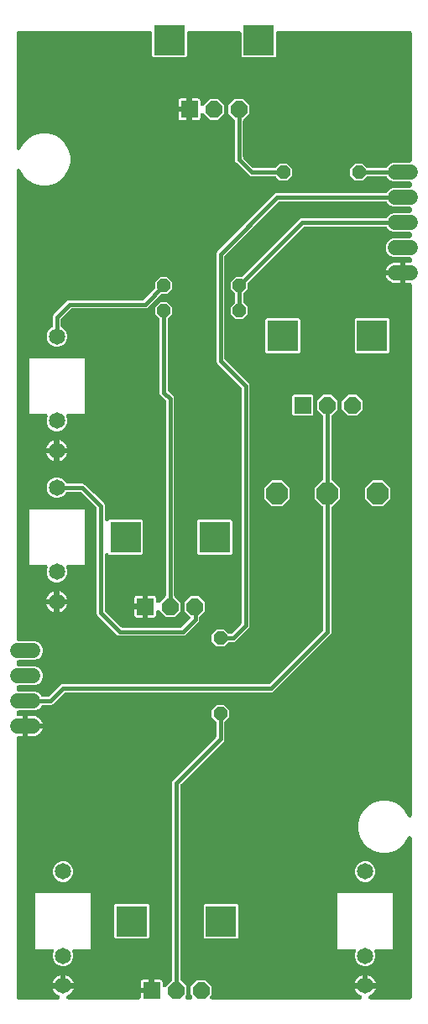
<source format=gtl>
G04 EAGLE Gerber RS-274X export*
G75*
%MOMM*%
%FSLAX34Y34*%
%LPD*%
%INTop Copper*%
%IPPOS*%
%AMOC8*
5,1,8,0,0,1.08239X$1,22.5*%
G01*
%ADD10P,1.429621X8X112.500000*%
%ADD11C,1.524000*%
%ADD12P,1.429621X8X22.500000*%
%ADD13C,1.650000*%
%ADD14R,1.676400X1.676400*%
%ADD15P,1.814519X8X292.500000*%
%ADD16R,3.116000X3.116000*%
%ADD17P,1.429621X8X202.500000*%
%ADD18P,2.336880X8X292.500000*%
%ADD19C,0.406400*%
%ADD20R,1.006400X1.006400*%

G36*
X52011Y10173D02*
X52011Y10173D01*
X52137Y10176D01*
X52211Y10193D01*
X52286Y10201D01*
X52407Y10238D01*
X52530Y10266D01*
X52599Y10297D01*
X52671Y10319D01*
X52782Y10379D01*
X52897Y10431D01*
X52959Y10475D01*
X53025Y10511D01*
X53122Y10591D01*
X53225Y10665D01*
X53276Y10720D01*
X53334Y10768D01*
X53413Y10867D01*
X53500Y10959D01*
X53539Y11023D01*
X53587Y11082D01*
X53645Y11194D01*
X53711Y11302D01*
X53737Y11373D01*
X53772Y11439D01*
X53807Y11561D01*
X53851Y11679D01*
X53863Y11754D01*
X53884Y11826D01*
X53894Y11952D01*
X53913Y12077D01*
X53910Y12152D01*
X53916Y12228D01*
X53902Y12353D01*
X53896Y12479D01*
X53878Y12553D01*
X53869Y12627D01*
X53830Y12747D01*
X53800Y12870D01*
X53768Y12938D01*
X53745Y13010D01*
X53683Y13120D01*
X53629Y13235D01*
X53584Y13295D01*
X53547Y13361D01*
X53464Y13456D01*
X53389Y13558D01*
X53333Y13608D01*
X53284Y13665D01*
X53184Y13743D01*
X53090Y13828D01*
X53015Y13874D01*
X52965Y13912D01*
X52900Y13945D01*
X52808Y14002D01*
X51494Y14671D01*
X50120Y15669D01*
X48919Y16870D01*
X47921Y18244D01*
X47150Y19758D01*
X46697Y21151D01*
X56432Y21151D01*
X56450Y21152D01*
X56467Y21151D01*
X56650Y21172D01*
X56832Y21191D01*
X56849Y21196D01*
X56867Y21198D01*
X57042Y21255D01*
X57142Y21286D01*
X57149Y21282D01*
X57327Y21234D01*
X57502Y21184D01*
X57520Y21182D01*
X57537Y21178D01*
X57868Y21151D01*
X67603Y21151D01*
X67150Y19758D01*
X66379Y18244D01*
X65381Y16870D01*
X64180Y15669D01*
X62806Y14671D01*
X61492Y14002D01*
X61386Y13934D01*
X61275Y13873D01*
X61217Y13825D01*
X61154Y13784D01*
X61063Y13697D01*
X60966Y13616D01*
X60918Y13557D01*
X60864Y13504D01*
X60793Y13400D01*
X60713Y13302D01*
X60679Y13235D01*
X60636Y13173D01*
X60586Y13056D01*
X60528Y12945D01*
X60507Y12872D01*
X60477Y12803D01*
X60451Y12679D01*
X60416Y12558D01*
X60410Y12483D01*
X60395Y12409D01*
X60394Y12282D01*
X60384Y12156D01*
X60392Y12081D01*
X60392Y12006D01*
X60416Y11882D01*
X60431Y11757D01*
X60454Y11685D01*
X60468Y11611D01*
X60516Y11494D01*
X60555Y11374D01*
X60592Y11308D01*
X60621Y11238D01*
X60691Y11133D01*
X60753Y11023D01*
X60803Y10966D01*
X60844Y10903D01*
X60934Y10814D01*
X61016Y10718D01*
X61076Y10672D01*
X61129Y10619D01*
X61235Y10549D01*
X61335Y10472D01*
X61402Y10438D01*
X61465Y10396D01*
X61582Y10349D01*
X61695Y10292D01*
X61768Y10273D01*
X61838Y10244D01*
X61962Y10221D01*
X62084Y10188D01*
X62171Y10181D01*
X62233Y10169D01*
X62307Y10170D01*
X62415Y10161D01*
X133496Y10161D01*
X133514Y10163D01*
X133532Y10161D01*
X133714Y10182D01*
X133897Y10201D01*
X133914Y10206D01*
X133931Y10208D01*
X134106Y10265D01*
X134282Y10319D01*
X134297Y10327D01*
X134314Y10333D01*
X134474Y10423D01*
X134636Y10511D01*
X134649Y10522D01*
X134665Y10531D01*
X134804Y10651D01*
X134945Y10768D01*
X134956Y10782D01*
X134970Y10794D01*
X135082Y10939D01*
X135197Y11082D01*
X135205Y11098D01*
X135216Y11112D01*
X135298Y11277D01*
X135383Y11439D01*
X135388Y11456D01*
X135396Y11472D01*
X135443Y11651D01*
X135494Y11826D01*
X135496Y11844D01*
X135500Y11861D01*
X135527Y12192D01*
X135527Y16151D01*
X145732Y16151D01*
X145750Y16152D01*
X145767Y16151D01*
X145950Y16172D01*
X146132Y16191D01*
X146149Y16196D01*
X146167Y16198D01*
X146342Y16255D01*
X146517Y16309D01*
X146533Y16317D01*
X146550Y16323D01*
X146710Y16413D01*
X146871Y16500D01*
X146885Y16512D01*
X146901Y16521D01*
X147040Y16641D01*
X147181Y16758D01*
X147192Y16772D01*
X147205Y16784D01*
X147318Y16929D01*
X147433Y17072D01*
X147441Y17088D01*
X147452Y17102D01*
X147534Y17267D01*
X147618Y17429D01*
X147623Y17446D01*
X147631Y17462D01*
X147679Y17641D01*
X147685Y17661D01*
X147778Y17691D01*
X147954Y17745D01*
X147969Y17753D01*
X147986Y17759D01*
X148146Y17849D01*
X148308Y17937D01*
X148321Y17948D01*
X148337Y17957D01*
X148476Y18077D01*
X148617Y18195D01*
X148628Y18208D01*
X148642Y18220D01*
X148754Y18365D01*
X148869Y18508D01*
X148877Y18524D01*
X148888Y18538D01*
X148970Y18703D01*
X149055Y18866D01*
X149060Y18883D01*
X149068Y18899D01*
X149115Y19077D01*
X149166Y19252D01*
X149168Y19270D01*
X149172Y19287D01*
X149199Y19618D01*
X149199Y29823D01*
X155167Y29823D01*
X155813Y29650D01*
X156392Y29315D01*
X156865Y28842D01*
X157200Y28263D01*
X157373Y27617D01*
X157373Y24455D01*
X157374Y24446D01*
X157373Y24437D01*
X157394Y24244D01*
X157413Y24055D01*
X157415Y24046D01*
X157416Y24037D01*
X157475Y23853D01*
X157531Y23670D01*
X157535Y23662D01*
X157538Y23653D01*
X157631Y23485D01*
X157723Y23316D01*
X157728Y23309D01*
X157733Y23301D01*
X157857Y23154D01*
X157980Y23006D01*
X157987Y23001D01*
X157993Y22994D01*
X158145Y22874D01*
X158294Y22754D01*
X158302Y22750D01*
X158309Y22744D01*
X158482Y22657D01*
X158651Y22569D01*
X158660Y22566D01*
X158668Y22562D01*
X158854Y22510D01*
X159038Y22457D01*
X159047Y22456D01*
X159056Y22454D01*
X159249Y22440D01*
X159440Y22424D01*
X159448Y22425D01*
X159457Y22425D01*
X159650Y22449D01*
X159839Y22471D01*
X159848Y22474D01*
X159857Y22475D01*
X160039Y22536D01*
X160222Y22596D01*
X160230Y22600D01*
X160238Y22603D01*
X160405Y22699D01*
X160573Y22794D01*
X160580Y22800D01*
X160587Y22804D01*
X160840Y23019D01*
X166790Y28969D01*
X166807Y28990D01*
X166828Y29007D01*
X166935Y29145D01*
X167045Y29280D01*
X167058Y29304D01*
X167074Y29325D01*
X167152Y29482D01*
X167234Y29636D01*
X167242Y29662D01*
X167254Y29686D01*
X167299Y29855D01*
X167349Y30022D01*
X167351Y30049D01*
X167358Y30075D01*
X167385Y30405D01*
X167385Y229409D01*
X168004Y230902D01*
X211240Y274139D01*
X211257Y274159D01*
X211278Y274177D01*
X211385Y274315D01*
X211495Y274450D01*
X211508Y274474D01*
X211524Y274495D01*
X211602Y274652D01*
X211684Y274806D01*
X211692Y274831D01*
X211704Y274856D01*
X211749Y275025D01*
X211799Y275192D01*
X211801Y275218D01*
X211808Y275244D01*
X211835Y275575D01*
X211835Y289459D01*
X211833Y289486D01*
X211835Y289513D01*
X211813Y289686D01*
X211795Y289860D01*
X211788Y289885D01*
X211784Y289912D01*
X211728Y290078D01*
X211677Y290245D01*
X211664Y290268D01*
X211656Y290294D01*
X211569Y290445D01*
X211485Y290599D01*
X211468Y290619D01*
X211455Y290643D01*
X211240Y290896D01*
X207263Y294873D01*
X207263Y302027D01*
X212323Y307087D01*
X219477Y307087D01*
X224537Y302027D01*
X224537Y294873D01*
X220560Y290896D01*
X220543Y290875D01*
X220522Y290857D01*
X220415Y290719D01*
X220305Y290584D01*
X220292Y290560D01*
X220276Y290539D01*
X220198Y290383D01*
X220116Y290228D01*
X220108Y290203D01*
X220096Y290179D01*
X220051Y290009D01*
X220001Y289842D01*
X219999Y289816D01*
X219992Y289790D01*
X219965Y289459D01*
X219965Y272241D01*
X219346Y270748D01*
X176110Y227511D01*
X176093Y227491D01*
X176072Y227473D01*
X175965Y227335D01*
X175855Y227200D01*
X175842Y227176D01*
X175826Y227155D01*
X175748Y226998D01*
X175666Y226844D01*
X175658Y226819D01*
X175646Y226794D01*
X175601Y226625D01*
X175551Y226458D01*
X175549Y226432D01*
X175542Y226406D01*
X175515Y226075D01*
X175515Y30405D01*
X175517Y30379D01*
X175515Y30352D01*
X175537Y30178D01*
X175555Y30005D01*
X175562Y29979D01*
X175566Y29952D01*
X175622Y29787D01*
X175673Y29620D01*
X175686Y29596D01*
X175694Y29571D01*
X175781Y29419D01*
X175865Y29266D01*
X175882Y29245D01*
X175895Y29222D01*
X176110Y28969D01*
X181865Y23214D01*
X181865Y14586D01*
X180907Y13628D01*
X180901Y13621D01*
X180894Y13616D01*
X180773Y13465D01*
X180652Y13317D01*
X180648Y13309D01*
X180642Y13302D01*
X180554Y13132D01*
X180463Y12961D01*
X180461Y12952D01*
X180457Y12945D01*
X180404Y12760D01*
X180348Y12575D01*
X180348Y12566D01*
X180345Y12558D01*
X180330Y12367D01*
X180312Y12174D01*
X180313Y12165D01*
X180312Y12156D01*
X180335Y11967D01*
X180355Y11774D01*
X180358Y11765D01*
X180359Y11757D01*
X180419Y11575D01*
X180477Y11390D01*
X180481Y11382D01*
X180484Y11374D01*
X180578Y11207D01*
X180672Y11038D01*
X180678Y11031D01*
X180682Y11023D01*
X180807Y10878D01*
X180932Y10731D01*
X180939Y10725D01*
X180945Y10718D01*
X181096Y10602D01*
X181248Y10481D01*
X181256Y10477D01*
X181263Y10472D01*
X181434Y10387D01*
X181607Y10299D01*
X181616Y10296D01*
X181624Y10292D01*
X181809Y10243D01*
X181995Y10191D01*
X182004Y10190D01*
X182013Y10188D01*
X182343Y10161D01*
X185557Y10161D01*
X185566Y10162D01*
X185575Y10161D01*
X185766Y10182D01*
X185957Y10201D01*
X185966Y10203D01*
X185975Y10204D01*
X186157Y10262D01*
X186342Y10319D01*
X186350Y10323D01*
X186359Y10326D01*
X186527Y10419D01*
X186696Y10511D01*
X186703Y10516D01*
X186711Y10521D01*
X186859Y10646D01*
X187006Y10768D01*
X187011Y10775D01*
X187018Y10781D01*
X187138Y10933D01*
X187258Y11082D01*
X187262Y11090D01*
X187268Y11097D01*
X187355Y11269D01*
X187443Y11439D01*
X187446Y11448D01*
X187450Y11456D01*
X187502Y11642D01*
X187555Y11826D01*
X187556Y11835D01*
X187558Y11844D01*
X187572Y12036D01*
X187588Y12228D01*
X187587Y12236D01*
X187587Y12245D01*
X187563Y12438D01*
X187541Y12627D01*
X187538Y12636D01*
X187537Y12645D01*
X187476Y12828D01*
X187416Y13010D01*
X187412Y13018D01*
X187409Y13026D01*
X187313Y13192D01*
X187218Y13361D01*
X187212Y13368D01*
X187208Y13375D01*
X186993Y13628D01*
X186035Y14586D01*
X186035Y23214D01*
X192136Y29315D01*
X200764Y29315D01*
X206865Y23214D01*
X206865Y14586D01*
X205907Y13628D01*
X205901Y13621D01*
X205894Y13616D01*
X205773Y13465D01*
X205652Y13317D01*
X205648Y13309D01*
X205642Y13302D01*
X205554Y13132D01*
X205463Y12961D01*
X205461Y12952D01*
X205457Y12945D01*
X205404Y12760D01*
X205348Y12575D01*
X205348Y12566D01*
X205345Y12558D01*
X205330Y12367D01*
X205312Y12174D01*
X205313Y12165D01*
X205312Y12156D01*
X205335Y11967D01*
X205355Y11774D01*
X205358Y11765D01*
X205359Y11757D01*
X205419Y11575D01*
X205477Y11390D01*
X205481Y11382D01*
X205484Y11374D01*
X205578Y11207D01*
X205672Y11038D01*
X205678Y11031D01*
X205682Y11023D01*
X205807Y10878D01*
X205932Y10731D01*
X205939Y10725D01*
X205945Y10718D01*
X206096Y10602D01*
X206248Y10481D01*
X206256Y10477D01*
X206263Y10472D01*
X206434Y10387D01*
X206607Y10299D01*
X206616Y10296D01*
X206624Y10292D01*
X206809Y10243D01*
X206995Y10191D01*
X207004Y10190D01*
X207013Y10188D01*
X207343Y10161D01*
X356685Y10161D01*
X356811Y10173D01*
X356937Y10176D01*
X357011Y10193D01*
X357086Y10201D01*
X357207Y10238D01*
X357330Y10266D01*
X357399Y10297D01*
X357471Y10319D01*
X357582Y10379D01*
X357697Y10431D01*
X357759Y10475D01*
X357825Y10511D01*
X357922Y10591D01*
X358025Y10665D01*
X358076Y10720D01*
X358134Y10768D01*
X358213Y10867D01*
X358300Y10959D01*
X358339Y11023D01*
X358387Y11082D01*
X358445Y11194D01*
X358511Y11302D01*
X358537Y11373D01*
X358572Y11439D01*
X358607Y11561D01*
X358651Y11679D01*
X358663Y11754D01*
X358684Y11826D01*
X358694Y11952D01*
X358713Y12077D01*
X358710Y12152D01*
X358716Y12228D01*
X358702Y12353D01*
X358696Y12479D01*
X358678Y12553D01*
X358669Y12627D01*
X358630Y12747D01*
X358600Y12870D01*
X358568Y12938D01*
X358545Y13010D01*
X358483Y13120D01*
X358429Y13235D01*
X358384Y13295D01*
X358347Y13361D01*
X358264Y13456D01*
X358189Y13558D01*
X358133Y13608D01*
X358084Y13665D01*
X357984Y13743D01*
X357890Y13828D01*
X357815Y13874D01*
X357765Y13912D01*
X357700Y13945D01*
X357608Y14002D01*
X356294Y14671D01*
X354920Y15669D01*
X353719Y16870D01*
X352721Y18244D01*
X351950Y19758D01*
X351497Y21151D01*
X361232Y21151D01*
X361250Y21152D01*
X361267Y21151D01*
X361450Y21172D01*
X361632Y21191D01*
X361649Y21196D01*
X361667Y21198D01*
X361842Y21255D01*
X361942Y21286D01*
X361949Y21282D01*
X362127Y21234D01*
X362302Y21184D01*
X362320Y21182D01*
X362337Y21178D01*
X362668Y21151D01*
X372403Y21151D01*
X371950Y19758D01*
X371179Y18244D01*
X370181Y16870D01*
X368980Y15669D01*
X367606Y14671D01*
X366292Y14002D01*
X366186Y13934D01*
X366075Y13873D01*
X366017Y13825D01*
X365954Y13784D01*
X365863Y13697D01*
X365766Y13616D01*
X365718Y13557D01*
X365664Y13504D01*
X365593Y13400D01*
X365513Y13302D01*
X365479Y13235D01*
X365436Y13173D01*
X365386Y13056D01*
X365328Y12945D01*
X365307Y12872D01*
X365277Y12803D01*
X365251Y12679D01*
X365216Y12558D01*
X365210Y12483D01*
X365195Y12409D01*
X365194Y12282D01*
X365184Y12156D01*
X365192Y12081D01*
X365192Y12006D01*
X365216Y11882D01*
X365231Y11757D01*
X365254Y11685D01*
X365268Y11611D01*
X365316Y11494D01*
X365355Y11374D01*
X365392Y11308D01*
X365421Y11238D01*
X365491Y11133D01*
X365553Y11023D01*
X365603Y10966D01*
X365644Y10903D01*
X365734Y10814D01*
X365816Y10718D01*
X365876Y10672D01*
X365929Y10619D01*
X366035Y10549D01*
X366135Y10472D01*
X366202Y10438D01*
X366265Y10396D01*
X366382Y10349D01*
X366495Y10292D01*
X366568Y10273D01*
X366638Y10244D01*
X366762Y10221D01*
X366884Y10188D01*
X366971Y10181D01*
X367033Y10169D01*
X367107Y10170D01*
X367215Y10161D01*
X406908Y10161D01*
X406926Y10163D01*
X406944Y10161D01*
X407126Y10182D01*
X407309Y10201D01*
X407326Y10206D01*
X407343Y10208D01*
X407518Y10265D01*
X407694Y10319D01*
X407709Y10327D01*
X407726Y10333D01*
X407886Y10423D01*
X408048Y10511D01*
X408061Y10522D01*
X408077Y10531D01*
X408216Y10651D01*
X408357Y10768D01*
X408368Y10782D01*
X408382Y10794D01*
X408494Y10939D01*
X408609Y11082D01*
X408617Y11098D01*
X408628Y11112D01*
X408710Y11277D01*
X408795Y11439D01*
X408800Y11456D01*
X408808Y11472D01*
X408855Y11651D01*
X408906Y11826D01*
X408908Y11844D01*
X408912Y11861D01*
X408939Y12192D01*
X408939Y172636D01*
X408932Y172709D01*
X408934Y172782D01*
X408912Y172909D01*
X408899Y173037D01*
X408878Y173107D01*
X408865Y173179D01*
X408819Y173299D01*
X408781Y173422D01*
X408746Y173486D01*
X408720Y173554D01*
X408651Y173663D01*
X408589Y173776D01*
X408543Y173832D01*
X408503Y173894D01*
X408414Y173986D01*
X408332Y174085D01*
X408275Y174131D01*
X408224Y174184D01*
X408118Y174257D01*
X408018Y174337D01*
X407953Y174371D01*
X407893Y174413D01*
X407774Y174464D01*
X407661Y174523D01*
X407590Y174543D01*
X407523Y174572D01*
X407397Y174599D01*
X407274Y174634D01*
X407201Y174640D01*
X407129Y174655D01*
X407001Y174657D01*
X406872Y174667D01*
X406800Y174658D01*
X406726Y174659D01*
X406600Y174635D01*
X406473Y174620D01*
X406403Y174597D01*
X406331Y174584D01*
X406212Y174535D01*
X406090Y174495D01*
X406026Y174459D01*
X405958Y174432D01*
X405851Y174360D01*
X405739Y174297D01*
X405684Y174249D01*
X405623Y174209D01*
X405532Y174118D01*
X405435Y174034D01*
X405390Y173976D01*
X405338Y173925D01*
X405241Y173785D01*
X405188Y173716D01*
X405173Y173687D01*
X405149Y173652D01*
X401935Y168086D01*
X397064Y163215D01*
X391098Y159770D01*
X384444Y157987D01*
X377556Y157987D01*
X370902Y159770D01*
X364936Y163215D01*
X360065Y168086D01*
X356620Y174052D01*
X354837Y180706D01*
X354837Y187594D01*
X356620Y194248D01*
X360065Y200214D01*
X364936Y205085D01*
X370902Y208530D01*
X377556Y210313D01*
X384444Y210313D01*
X391098Y208530D01*
X397064Y205085D01*
X401935Y200214D01*
X405149Y194648D01*
X405192Y194589D01*
X405227Y194524D01*
X405309Y194426D01*
X405384Y194321D01*
X405437Y194271D01*
X405484Y194215D01*
X405584Y194135D01*
X405679Y194047D01*
X405741Y194009D01*
X405798Y193963D01*
X405912Y193904D01*
X406022Y193836D01*
X406090Y193811D01*
X406155Y193777D01*
X406279Y193742D01*
X406399Y193697D01*
X406472Y193686D01*
X406542Y193666D01*
X406671Y193655D01*
X406797Y193636D01*
X406870Y193639D01*
X406944Y193633D01*
X407071Y193648D01*
X407200Y193654D01*
X407271Y193671D01*
X407343Y193680D01*
X407466Y193720D01*
X407590Y193751D01*
X407656Y193782D01*
X407726Y193805D01*
X407838Y193868D01*
X407954Y193923D01*
X408013Y193967D01*
X408077Y194003D01*
X408174Y194087D01*
X408277Y194163D01*
X408326Y194218D01*
X408382Y194266D01*
X408460Y194367D01*
X408546Y194463D01*
X408583Y194526D01*
X408628Y194584D01*
X408686Y194699D01*
X408751Y194810D01*
X408775Y194879D01*
X408808Y194944D01*
X408841Y195069D01*
X408883Y195190D01*
X408893Y195262D01*
X408912Y195333D01*
X408926Y195503D01*
X408938Y195589D01*
X408936Y195622D01*
X408939Y195664D01*
X408939Y730758D01*
X408937Y730776D01*
X408939Y730794D01*
X408918Y730976D01*
X408899Y731159D01*
X408894Y731176D01*
X408892Y731193D01*
X408835Y731368D01*
X408781Y731544D01*
X408773Y731559D01*
X408767Y731576D01*
X408677Y731736D01*
X408589Y731898D01*
X408578Y731911D01*
X408569Y731927D01*
X408449Y732066D01*
X408332Y732207D01*
X408318Y732218D01*
X408306Y732232D01*
X408161Y732344D01*
X408018Y732459D01*
X408002Y732467D01*
X407988Y732478D01*
X407823Y732560D01*
X407661Y732645D01*
X407644Y732650D01*
X407628Y732658D01*
X407449Y732705D01*
X407274Y732756D01*
X407256Y732758D01*
X407239Y732762D01*
X406908Y732789D01*
X402589Y732789D01*
X402589Y742442D01*
X402587Y742460D01*
X402589Y742477D01*
X402568Y742660D01*
X402549Y742842D01*
X402544Y742859D01*
X402542Y742877D01*
X402517Y742955D01*
X402556Y743092D01*
X402558Y743110D01*
X402562Y743127D01*
X402589Y743458D01*
X402589Y753111D01*
X406908Y753111D01*
X406926Y753113D01*
X406944Y753111D01*
X407126Y753132D01*
X407309Y753151D01*
X407326Y753156D01*
X407343Y753158D01*
X407518Y753215D01*
X407694Y753269D01*
X407709Y753277D01*
X407726Y753283D01*
X407886Y753373D01*
X408048Y753461D01*
X408061Y753472D01*
X408077Y753481D01*
X408216Y753601D01*
X408357Y753718D01*
X408368Y753732D01*
X408382Y753744D01*
X408494Y753889D01*
X408609Y754032D01*
X408617Y754048D01*
X408628Y754062D01*
X408710Y754227D01*
X408795Y754389D01*
X408800Y754406D01*
X408808Y754422D01*
X408855Y754600D01*
X408906Y754776D01*
X408908Y754794D01*
X408912Y754811D01*
X408939Y755142D01*
X408939Y756666D01*
X408937Y756684D01*
X408939Y756702D01*
X408918Y756884D01*
X408899Y757067D01*
X408894Y757084D01*
X408892Y757101D01*
X408835Y757276D01*
X408781Y757452D01*
X408773Y757467D01*
X408767Y757484D01*
X408677Y757644D01*
X408589Y757806D01*
X408578Y757819D01*
X408569Y757835D01*
X408449Y757974D01*
X408332Y758115D01*
X408318Y758126D01*
X408306Y758140D01*
X408161Y758252D01*
X408018Y758367D01*
X408002Y758375D01*
X407988Y758386D01*
X407823Y758468D01*
X407661Y758553D01*
X407644Y758558D01*
X407628Y758566D01*
X407449Y758613D01*
X407274Y758664D01*
X407256Y758666D01*
X407239Y758670D01*
X406908Y758697D01*
X390510Y758697D01*
X386962Y760167D01*
X384247Y762882D01*
X382777Y766430D01*
X382777Y770270D01*
X384247Y773818D01*
X386962Y776533D01*
X390510Y778003D01*
X406908Y778003D01*
X406926Y778005D01*
X406944Y778003D01*
X407126Y778024D01*
X407309Y778043D01*
X407326Y778048D01*
X407343Y778050D01*
X407518Y778107D01*
X407694Y778161D01*
X407709Y778169D01*
X407726Y778175D01*
X407886Y778265D01*
X408048Y778353D01*
X408061Y778364D01*
X408077Y778373D01*
X408216Y778493D01*
X408357Y778610D01*
X408368Y778624D01*
X408382Y778636D01*
X408494Y778781D01*
X408609Y778924D01*
X408617Y778940D01*
X408628Y778954D01*
X408710Y779119D01*
X408795Y779281D01*
X408800Y779298D01*
X408808Y779314D01*
X408855Y779493D01*
X408906Y779668D01*
X408908Y779686D01*
X408912Y779703D01*
X408939Y780034D01*
X408939Y782066D01*
X408939Y782070D01*
X408939Y782071D01*
X408938Y782083D01*
X408937Y782084D01*
X408939Y782102D01*
X408918Y782284D01*
X408899Y782467D01*
X408894Y782484D01*
X408892Y782501D01*
X408835Y782676D01*
X408781Y782852D01*
X408773Y782867D01*
X408767Y782884D01*
X408677Y783044D01*
X408589Y783206D01*
X408578Y783219D01*
X408569Y783235D01*
X408449Y783374D01*
X408332Y783515D01*
X408318Y783526D01*
X408306Y783540D01*
X408161Y783652D01*
X408018Y783767D01*
X408002Y783775D01*
X407988Y783786D01*
X407823Y783868D01*
X407661Y783953D01*
X407644Y783958D01*
X407628Y783966D01*
X407449Y784013D01*
X407274Y784064D01*
X407256Y784066D01*
X407239Y784070D01*
X406908Y784097D01*
X390510Y784097D01*
X386962Y785567D01*
X384247Y788282D01*
X384185Y788431D01*
X384175Y788451D01*
X384168Y788472D01*
X384079Y788628D01*
X383995Y788786D01*
X383981Y788803D01*
X383970Y788823D01*
X383853Y788958D01*
X383738Y789097D01*
X383721Y789111D01*
X383707Y789128D01*
X383565Y789237D01*
X383426Y789350D01*
X383406Y789361D01*
X383388Y789374D01*
X383228Y789454D01*
X383069Y789537D01*
X383048Y789544D01*
X383028Y789554D01*
X382855Y789600D01*
X382683Y789650D01*
X382661Y789652D01*
X382639Y789658D01*
X382308Y789685D01*
X300975Y789685D01*
X300948Y789683D01*
X300922Y789685D01*
X300748Y789663D01*
X300574Y789645D01*
X300549Y789638D01*
X300522Y789634D01*
X300357Y789579D01*
X300190Y789527D01*
X300166Y789514D01*
X300141Y789506D01*
X299989Y789419D01*
X299835Y789335D01*
X299815Y789318D01*
X299792Y789305D01*
X299539Y789090D01*
X244182Y733733D01*
X244165Y733713D01*
X244144Y733695D01*
X244037Y733557D01*
X243927Y733422D01*
X243914Y733398D01*
X243898Y733377D01*
X243820Y733220D01*
X243738Y733066D01*
X243730Y733041D01*
X243718Y733016D01*
X243673Y732847D01*
X243623Y732680D01*
X243621Y732654D01*
X243614Y732628D01*
X243587Y732297D01*
X243587Y726673D01*
X239610Y722696D01*
X239593Y722675D01*
X239572Y722657D01*
X239465Y722519D01*
X239355Y722384D01*
X239342Y722360D01*
X239326Y722339D01*
X239248Y722183D01*
X239166Y722028D01*
X239158Y722003D01*
X239146Y721979D01*
X239101Y721809D01*
X239051Y721642D01*
X239049Y721616D01*
X239042Y721590D01*
X239015Y721259D01*
X239015Y713841D01*
X239017Y713814D01*
X239015Y713787D01*
X239037Y713614D01*
X239055Y713440D01*
X239062Y713415D01*
X239066Y713388D01*
X239122Y713222D01*
X239173Y713055D01*
X239186Y713032D01*
X239194Y713006D01*
X239281Y712855D01*
X239365Y712701D01*
X239382Y712681D01*
X239395Y712657D01*
X239610Y712404D01*
X243587Y708427D01*
X243587Y701273D01*
X238527Y696213D01*
X231373Y696213D01*
X226313Y701273D01*
X226313Y708427D01*
X230290Y712404D01*
X230307Y712425D01*
X230328Y712443D01*
X230435Y712581D01*
X230545Y712716D01*
X230558Y712740D01*
X230574Y712761D01*
X230652Y712917D01*
X230734Y713072D01*
X230742Y713097D01*
X230754Y713121D01*
X230799Y713291D01*
X230849Y713458D01*
X230851Y713484D01*
X230858Y713510D01*
X230885Y713841D01*
X230885Y721259D01*
X230883Y721286D01*
X230885Y721313D01*
X230863Y721486D01*
X230845Y721660D01*
X230838Y721685D01*
X230834Y721712D01*
X230778Y721878D01*
X230727Y722045D01*
X230714Y722068D01*
X230706Y722094D01*
X230619Y722245D01*
X230535Y722399D01*
X230518Y722419D01*
X230505Y722443D01*
X230290Y722696D01*
X226313Y726673D01*
X226313Y733827D01*
X231373Y738887D01*
X236997Y738887D01*
X237024Y738889D01*
X237050Y738887D01*
X237224Y738909D01*
X237398Y738927D01*
X237423Y738934D01*
X237450Y738938D01*
X237615Y738993D01*
X237782Y739045D01*
X237806Y739058D01*
X237831Y739066D01*
X237983Y739153D01*
X238137Y739237D01*
X238157Y739254D01*
X238180Y739267D01*
X238433Y739482D01*
X296148Y797196D01*
X297641Y797815D01*
X382308Y797815D01*
X382331Y797817D01*
X382353Y797815D01*
X382530Y797837D01*
X382709Y797855D01*
X382730Y797861D01*
X382753Y797864D01*
X382922Y797920D01*
X383094Y797973D01*
X383114Y797983D01*
X383135Y797990D01*
X383290Y798079D01*
X383448Y798165D01*
X383465Y798179D01*
X383484Y798190D01*
X383619Y798307D01*
X383757Y798422D01*
X383771Y798440D01*
X383788Y798454D01*
X383897Y798596D01*
X384010Y798736D01*
X384020Y798756D01*
X384033Y798774D01*
X384185Y799069D01*
X384247Y799218D01*
X386962Y801933D01*
X388346Y802506D01*
X390510Y803403D01*
X406908Y803403D01*
X406926Y803405D01*
X406944Y803403D01*
X407126Y803424D01*
X407309Y803443D01*
X407326Y803448D01*
X407343Y803450D01*
X407518Y803507D01*
X407694Y803561D01*
X407709Y803569D01*
X407726Y803575D01*
X407886Y803665D01*
X408048Y803753D01*
X408061Y803764D01*
X408077Y803773D01*
X408216Y803893D01*
X408357Y804010D01*
X408368Y804024D01*
X408382Y804036D01*
X408494Y804181D01*
X408609Y804324D01*
X408617Y804340D01*
X408628Y804354D01*
X408710Y804519D01*
X408795Y804681D01*
X408800Y804698D01*
X408808Y804714D01*
X408855Y804893D01*
X408906Y805068D01*
X408908Y805086D01*
X408912Y805103D01*
X408939Y805434D01*
X408939Y807466D01*
X408937Y807484D01*
X408939Y807502D01*
X408918Y807684D01*
X408899Y807867D01*
X408894Y807884D01*
X408892Y807901D01*
X408835Y808076D01*
X408781Y808252D01*
X408773Y808267D01*
X408767Y808284D01*
X408677Y808444D01*
X408589Y808606D01*
X408578Y808619D01*
X408569Y808635D01*
X408449Y808774D01*
X408332Y808915D01*
X408318Y808926D01*
X408306Y808940D01*
X408161Y809052D01*
X408018Y809167D01*
X408002Y809175D01*
X407988Y809186D01*
X407823Y809268D01*
X407661Y809353D01*
X407644Y809358D01*
X407628Y809366D01*
X407449Y809413D01*
X407274Y809464D01*
X407256Y809466D01*
X407239Y809470D01*
X406908Y809497D01*
X390510Y809497D01*
X386962Y810967D01*
X384247Y813682D01*
X384185Y813831D01*
X384175Y813851D01*
X384168Y813872D01*
X384079Y814028D01*
X383995Y814186D01*
X383981Y814203D01*
X383970Y814223D01*
X383853Y814358D01*
X383738Y814497D01*
X383721Y814511D01*
X383707Y814528D01*
X383565Y814637D01*
X383426Y814750D01*
X383406Y814761D01*
X383388Y814774D01*
X383228Y814854D01*
X383069Y814937D01*
X383048Y814944D01*
X383028Y814954D01*
X382855Y815000D01*
X382683Y815050D01*
X382661Y815052D01*
X382639Y815058D01*
X382308Y815085D01*
X275575Y815085D01*
X275548Y815083D01*
X275522Y815085D01*
X275348Y815063D01*
X275174Y815045D01*
X275149Y815038D01*
X275122Y815034D01*
X274957Y814979D01*
X274790Y814927D01*
X274766Y814914D01*
X274741Y814906D01*
X274589Y814819D01*
X274435Y814735D01*
X274415Y814718D01*
X274392Y814705D01*
X274139Y814490D01*
X220560Y760911D01*
X220543Y760891D01*
X220522Y760873D01*
X220415Y760735D01*
X220305Y760600D01*
X220292Y760576D01*
X220276Y760555D01*
X220198Y760398D01*
X220116Y760244D01*
X220108Y760219D01*
X220096Y760194D01*
X220051Y760025D01*
X220001Y759858D01*
X219999Y759832D01*
X219992Y759806D01*
X219965Y759475D01*
X219965Y656575D01*
X219967Y656548D01*
X219965Y656522D01*
X219987Y656348D01*
X220005Y656174D01*
X220012Y656149D01*
X220016Y656122D01*
X220071Y655957D01*
X220123Y655790D01*
X220136Y655766D01*
X220144Y655741D01*
X220231Y655589D01*
X220315Y655435D01*
X220332Y655415D01*
X220345Y655392D01*
X220560Y655139D01*
X244746Y630952D01*
X245365Y629459D01*
X245365Y386541D01*
X244746Y385048D01*
X230902Y371204D01*
X229409Y370585D01*
X224891Y370585D01*
X224864Y370583D01*
X224837Y370585D01*
X224664Y370563D01*
X224490Y370545D01*
X224465Y370538D01*
X224438Y370534D01*
X224272Y370478D01*
X224105Y370427D01*
X224082Y370414D01*
X224056Y370406D01*
X223905Y370319D01*
X223751Y370235D01*
X223731Y370218D01*
X223707Y370205D01*
X223454Y369990D01*
X219477Y366013D01*
X212323Y366013D01*
X207263Y371073D01*
X207263Y378227D01*
X212323Y383287D01*
X219477Y383287D01*
X223454Y379310D01*
X223475Y379293D01*
X223493Y379272D01*
X223631Y379165D01*
X223766Y379055D01*
X223790Y379042D01*
X223811Y379026D01*
X223967Y378948D01*
X224122Y378866D01*
X224147Y378858D01*
X224171Y378846D01*
X224341Y378801D01*
X224508Y378751D01*
X224534Y378749D01*
X224560Y378742D01*
X224891Y378715D01*
X226075Y378715D01*
X226102Y378717D01*
X226128Y378715D01*
X226302Y378737D01*
X226476Y378755D01*
X226501Y378762D01*
X226528Y378766D01*
X226693Y378821D01*
X226860Y378873D01*
X226884Y378886D01*
X226909Y378894D01*
X227061Y378981D01*
X227215Y379065D01*
X227235Y379082D01*
X227258Y379095D01*
X227511Y379310D01*
X236640Y388439D01*
X236657Y388459D01*
X236678Y388477D01*
X236785Y388615D01*
X236895Y388750D01*
X236908Y388774D01*
X236924Y388795D01*
X237002Y388952D01*
X237084Y389106D01*
X237092Y389131D01*
X237104Y389156D01*
X237149Y389325D01*
X237199Y389492D01*
X237201Y389518D01*
X237208Y389544D01*
X237235Y389875D01*
X237235Y626125D01*
X237233Y626152D01*
X237235Y626178D01*
X237213Y626352D01*
X237195Y626526D01*
X237188Y626551D01*
X237184Y626578D01*
X237129Y626743D01*
X237077Y626910D01*
X237064Y626934D01*
X237056Y626959D01*
X236969Y627111D01*
X236885Y627265D01*
X236868Y627285D01*
X236855Y627308D01*
X236640Y627561D01*
X212454Y651748D01*
X211835Y653241D01*
X211835Y762809D01*
X212454Y764302D01*
X270748Y822596D01*
X272241Y823215D01*
X382308Y823215D01*
X382331Y823217D01*
X382353Y823215D01*
X382530Y823237D01*
X382709Y823255D01*
X382730Y823261D01*
X382753Y823264D01*
X382922Y823320D01*
X383094Y823373D01*
X383114Y823383D01*
X383135Y823390D01*
X383290Y823479D01*
X383448Y823565D01*
X383465Y823579D01*
X383484Y823590D01*
X383619Y823707D01*
X383757Y823822D01*
X383771Y823840D01*
X383788Y823854D01*
X383897Y823996D01*
X384010Y824136D01*
X384020Y824156D01*
X384033Y824174D01*
X384185Y824469D01*
X384247Y824618D01*
X386962Y827333D01*
X390510Y828803D01*
X406908Y828803D01*
X406926Y828805D01*
X406944Y828803D01*
X407126Y828824D01*
X407309Y828843D01*
X407326Y828848D01*
X407343Y828850D01*
X407518Y828907D01*
X407694Y828961D01*
X407709Y828969D01*
X407726Y828975D01*
X407886Y829065D01*
X408048Y829153D01*
X408061Y829164D01*
X408077Y829173D01*
X408216Y829293D01*
X408357Y829410D01*
X408368Y829424D01*
X408382Y829436D01*
X408494Y829581D01*
X408609Y829724D01*
X408617Y829740D01*
X408628Y829754D01*
X408710Y829919D01*
X408795Y830081D01*
X408800Y830098D01*
X408808Y830114D01*
X408855Y830293D01*
X408906Y830468D01*
X408908Y830486D01*
X408912Y830503D01*
X408939Y830834D01*
X408939Y832866D01*
X408937Y832884D01*
X408939Y832902D01*
X408918Y833084D01*
X408899Y833267D01*
X408894Y833284D01*
X408892Y833301D01*
X408835Y833476D01*
X408781Y833652D01*
X408773Y833667D01*
X408767Y833684D01*
X408677Y833844D01*
X408589Y834006D01*
X408578Y834019D01*
X408569Y834035D01*
X408449Y834174D01*
X408332Y834315D01*
X408318Y834326D01*
X408306Y834340D01*
X408161Y834452D01*
X408018Y834567D01*
X408002Y834575D01*
X407988Y834586D01*
X407823Y834668D01*
X407661Y834753D01*
X407644Y834758D01*
X407628Y834766D01*
X407449Y834813D01*
X407274Y834864D01*
X407256Y834866D01*
X407239Y834870D01*
X406908Y834897D01*
X390510Y834897D01*
X386962Y836367D01*
X384247Y839082D01*
X384185Y839231D01*
X384175Y839251D01*
X384168Y839272D01*
X384079Y839428D01*
X383995Y839586D01*
X383981Y839603D01*
X383970Y839623D01*
X383853Y839758D01*
X383738Y839897D01*
X383721Y839911D01*
X383707Y839928D01*
X383565Y840037D01*
X383426Y840150D01*
X383406Y840161D01*
X383388Y840174D01*
X383228Y840254D01*
X383069Y840337D01*
X383048Y840344D01*
X383028Y840354D01*
X382855Y840400D01*
X382683Y840450D01*
X382661Y840452D01*
X382639Y840458D01*
X382308Y840485D01*
X364591Y840485D01*
X364564Y840483D01*
X364537Y840485D01*
X364364Y840463D01*
X364190Y840445D01*
X364165Y840438D01*
X364138Y840434D01*
X363972Y840378D01*
X363805Y840327D01*
X363782Y840314D01*
X363756Y840306D01*
X363605Y840219D01*
X363451Y840135D01*
X363431Y840118D01*
X363407Y840105D01*
X363154Y839890D01*
X359177Y835913D01*
X352023Y835913D01*
X346963Y840973D01*
X346963Y848127D01*
X352023Y853187D01*
X359177Y853187D01*
X363154Y849210D01*
X363175Y849193D01*
X363193Y849172D01*
X363331Y849065D01*
X363466Y848955D01*
X363490Y848942D01*
X363511Y848926D01*
X363667Y848848D01*
X363822Y848766D01*
X363847Y848758D01*
X363871Y848746D01*
X364041Y848701D01*
X364208Y848651D01*
X364234Y848649D01*
X364260Y848642D01*
X364591Y848615D01*
X382308Y848615D01*
X382331Y848617D01*
X382353Y848615D01*
X382530Y848637D01*
X382709Y848655D01*
X382730Y848661D01*
X382753Y848664D01*
X382922Y848720D01*
X383094Y848773D01*
X383114Y848783D01*
X383135Y848790D01*
X383290Y848879D01*
X383448Y848965D01*
X383465Y848979D01*
X383484Y848990D01*
X383619Y849107D01*
X383757Y849222D01*
X383771Y849240D01*
X383788Y849254D01*
X383897Y849396D01*
X384010Y849536D01*
X384020Y849556D01*
X384033Y849574D01*
X384185Y849869D01*
X384247Y850018D01*
X386962Y852733D01*
X390510Y854203D01*
X406908Y854203D01*
X406926Y854205D01*
X406944Y854203D01*
X407126Y854224D01*
X407309Y854243D01*
X407326Y854248D01*
X407343Y854250D01*
X407518Y854307D01*
X407694Y854361D01*
X407709Y854369D01*
X407726Y854375D01*
X407886Y854465D01*
X408048Y854553D01*
X408061Y854564D01*
X408077Y854573D01*
X408216Y854693D01*
X408357Y854810D01*
X408368Y854824D01*
X408382Y854836D01*
X408494Y854981D01*
X408609Y855124D01*
X408617Y855140D01*
X408628Y855154D01*
X408710Y855319D01*
X408795Y855481D01*
X408800Y855498D01*
X408808Y855514D01*
X408855Y855693D01*
X408906Y855868D01*
X408908Y855886D01*
X408912Y855903D01*
X408939Y856234D01*
X408939Y984758D01*
X408937Y984776D01*
X408939Y984794D01*
X408918Y984976D01*
X408899Y985159D01*
X408894Y985176D01*
X408892Y985193D01*
X408835Y985368D01*
X408781Y985544D01*
X408773Y985559D01*
X408767Y985576D01*
X408677Y985736D01*
X408589Y985898D01*
X408578Y985911D01*
X408569Y985927D01*
X408449Y986066D01*
X408332Y986207D01*
X408318Y986218D01*
X408306Y986232D01*
X408161Y986344D01*
X408018Y986459D01*
X408002Y986467D01*
X407988Y986478D01*
X407823Y986560D01*
X407661Y986645D01*
X407644Y986650D01*
X407628Y986658D01*
X407449Y986705D01*
X407274Y986756D01*
X407256Y986758D01*
X407239Y986762D01*
X406908Y986789D01*
X274194Y986789D01*
X274176Y986787D01*
X274158Y986789D01*
X273976Y986768D01*
X273793Y986749D01*
X273776Y986744D01*
X273759Y986742D01*
X273584Y986685D01*
X273408Y986631D01*
X273393Y986623D01*
X273376Y986617D01*
X273216Y986527D01*
X273054Y986439D01*
X273041Y986428D01*
X273025Y986419D01*
X272886Y986299D01*
X272745Y986182D01*
X272734Y986168D01*
X272720Y986156D01*
X272608Y986011D01*
X272493Y985868D01*
X272485Y985852D01*
X272474Y985838D01*
X272392Y985673D01*
X272307Y985511D01*
X272302Y985494D01*
X272294Y985478D01*
X272247Y985299D01*
X272196Y985124D01*
X272194Y985106D01*
X272190Y985089D01*
X272163Y984758D01*
X272163Y961478D01*
X270972Y960287D01*
X238128Y960287D01*
X236937Y961478D01*
X236937Y984758D01*
X236935Y984776D01*
X236937Y984794D01*
X236916Y984976D01*
X236897Y985159D01*
X236892Y985176D01*
X236890Y985193D01*
X236833Y985368D01*
X236779Y985544D01*
X236771Y985559D01*
X236765Y985576D01*
X236675Y985736D01*
X236587Y985898D01*
X236576Y985911D01*
X236567Y985927D01*
X236447Y986066D01*
X236330Y986207D01*
X236316Y986218D01*
X236304Y986232D01*
X236159Y986344D01*
X236016Y986459D01*
X236000Y986467D01*
X235986Y986478D01*
X235821Y986560D01*
X235659Y986645D01*
X235642Y986650D01*
X235626Y986658D01*
X235447Y986705D01*
X235272Y986756D01*
X235254Y986758D01*
X235237Y986762D01*
X234906Y986789D01*
X184194Y986789D01*
X184176Y986787D01*
X184158Y986789D01*
X183976Y986768D01*
X183793Y986749D01*
X183776Y986744D01*
X183759Y986742D01*
X183584Y986685D01*
X183408Y986631D01*
X183393Y986623D01*
X183376Y986617D01*
X183216Y986527D01*
X183054Y986439D01*
X183041Y986428D01*
X183025Y986419D01*
X182886Y986299D01*
X182745Y986182D01*
X182734Y986168D01*
X182720Y986156D01*
X182608Y986011D01*
X182493Y985868D01*
X182485Y985852D01*
X182474Y985838D01*
X182392Y985673D01*
X182307Y985511D01*
X182302Y985494D01*
X182294Y985478D01*
X182247Y985299D01*
X182196Y985124D01*
X182194Y985106D01*
X182190Y985089D01*
X182163Y984758D01*
X182163Y961478D01*
X180972Y960287D01*
X148128Y960287D01*
X146937Y961478D01*
X146937Y984758D01*
X146935Y984776D01*
X146937Y984794D01*
X146916Y984976D01*
X146897Y985159D01*
X146892Y985176D01*
X146890Y985193D01*
X146833Y985368D01*
X146779Y985544D01*
X146771Y985559D01*
X146765Y985576D01*
X146675Y985736D01*
X146587Y985898D01*
X146576Y985911D01*
X146567Y985927D01*
X146447Y986066D01*
X146330Y986207D01*
X146316Y986218D01*
X146304Y986232D01*
X146159Y986344D01*
X146016Y986459D01*
X146000Y986467D01*
X145986Y986478D01*
X145821Y986560D01*
X145659Y986645D01*
X145642Y986650D01*
X145626Y986658D01*
X145447Y986705D01*
X145272Y986756D01*
X145254Y986758D01*
X145237Y986762D01*
X144906Y986789D01*
X12192Y986789D01*
X12174Y986787D01*
X12156Y986789D01*
X11974Y986768D01*
X11791Y986749D01*
X11774Y986744D01*
X11757Y986742D01*
X11582Y986685D01*
X11406Y986631D01*
X11391Y986623D01*
X11374Y986617D01*
X11214Y986527D01*
X11052Y986439D01*
X11039Y986428D01*
X11023Y986419D01*
X10884Y986299D01*
X10743Y986182D01*
X10732Y986168D01*
X10718Y986156D01*
X10606Y986011D01*
X10491Y985868D01*
X10483Y985852D01*
X10472Y985838D01*
X10390Y985673D01*
X10305Y985511D01*
X10300Y985494D01*
X10292Y985478D01*
X10245Y985299D01*
X10194Y985124D01*
X10192Y985106D01*
X10188Y985089D01*
X10161Y984758D01*
X10161Y868764D01*
X10168Y868691D01*
X10166Y868618D01*
X10188Y868491D01*
X10201Y868363D01*
X10222Y868293D01*
X10235Y868221D01*
X10281Y868101D01*
X10319Y867978D01*
X10354Y867914D01*
X10380Y867846D01*
X10449Y867737D01*
X10511Y867624D01*
X10557Y867568D01*
X10597Y867506D01*
X10686Y867414D01*
X10768Y867315D01*
X10825Y867269D01*
X10876Y867216D01*
X10982Y867143D01*
X11082Y867063D01*
X11147Y867029D01*
X11207Y866987D01*
X11326Y866936D01*
X11439Y866877D01*
X11510Y866857D01*
X11577Y866828D01*
X11703Y866801D01*
X11826Y866766D01*
X11899Y866760D01*
X11971Y866745D01*
X12099Y866743D01*
X12228Y866733D01*
X12300Y866742D01*
X12374Y866741D01*
X12500Y866765D01*
X12627Y866780D01*
X12697Y866803D01*
X12769Y866816D01*
X12888Y866865D01*
X13010Y866905D01*
X13074Y866941D01*
X13142Y866968D01*
X13249Y867040D01*
X13361Y867103D01*
X13416Y867151D01*
X13477Y867191D01*
X13568Y867282D01*
X13665Y867366D01*
X13710Y867424D01*
X13762Y867475D01*
X13859Y867615D01*
X13912Y867684D01*
X13927Y867713D01*
X13951Y867748D01*
X17165Y873314D01*
X22036Y878185D01*
X28002Y881630D01*
X34656Y883413D01*
X41544Y883413D01*
X48198Y881630D01*
X54164Y878185D01*
X59035Y873314D01*
X62480Y867348D01*
X64263Y860694D01*
X64263Y853806D01*
X62480Y847152D01*
X59035Y841186D01*
X54164Y836315D01*
X48198Y832870D01*
X41544Y831087D01*
X34656Y831087D01*
X28002Y832870D01*
X22036Y836315D01*
X17165Y841186D01*
X13951Y846752D01*
X13908Y846811D01*
X13873Y846876D01*
X13791Y846974D01*
X13716Y847079D01*
X13663Y847129D01*
X13616Y847185D01*
X13516Y847265D01*
X13421Y847353D01*
X13359Y847391D01*
X13302Y847437D01*
X13188Y847496D01*
X13078Y847564D01*
X13010Y847589D01*
X12945Y847623D01*
X12821Y847658D01*
X12701Y847703D01*
X12628Y847714D01*
X12558Y847734D01*
X12429Y847745D01*
X12303Y847764D01*
X12230Y847761D01*
X12156Y847767D01*
X12029Y847752D01*
X11900Y847746D01*
X11829Y847729D01*
X11757Y847720D01*
X11634Y847680D01*
X11510Y847649D01*
X11444Y847618D01*
X11374Y847595D01*
X11262Y847532D01*
X11146Y847477D01*
X11087Y847433D01*
X11023Y847397D01*
X10926Y847313D01*
X10823Y847237D01*
X10774Y847182D01*
X10718Y847134D01*
X10640Y847033D01*
X10554Y846937D01*
X10517Y846874D01*
X10472Y846816D01*
X10414Y846701D01*
X10349Y846590D01*
X10325Y846521D01*
X10292Y846456D01*
X10259Y846331D01*
X10217Y846210D01*
X10207Y846138D01*
X10188Y846067D01*
X10174Y845897D01*
X10162Y845811D01*
X10164Y845778D01*
X10161Y845736D01*
X10161Y373634D01*
X10163Y373616D01*
X10161Y373598D01*
X10182Y373416D01*
X10201Y373233D01*
X10206Y373216D01*
X10208Y373199D01*
X10265Y373024D01*
X10319Y372848D01*
X10327Y372833D01*
X10333Y372816D01*
X10423Y372656D01*
X10511Y372494D01*
X10522Y372481D01*
X10531Y372465D01*
X10651Y372326D01*
X10768Y372185D01*
X10782Y372174D01*
X10794Y372160D01*
X10939Y372048D01*
X11082Y371933D01*
X11098Y371925D01*
X11112Y371914D01*
X11277Y371832D01*
X11439Y371747D01*
X11456Y371742D01*
X11472Y371734D01*
X11651Y371687D01*
X11826Y371636D01*
X11844Y371634D01*
X11861Y371630D01*
X12192Y371603D01*
X28590Y371603D01*
X32138Y370133D01*
X34853Y367418D01*
X36323Y363870D01*
X36323Y360030D01*
X34853Y356482D01*
X32138Y353767D01*
X30972Y353284D01*
X28590Y352297D01*
X12192Y352297D01*
X12174Y352295D01*
X12156Y352297D01*
X11974Y352276D01*
X11791Y352257D01*
X11774Y352252D01*
X11757Y352250D01*
X11582Y352193D01*
X11406Y352139D01*
X11391Y352131D01*
X11374Y352125D01*
X11214Y352035D01*
X11052Y351947D01*
X11039Y351936D01*
X11023Y351927D01*
X10884Y351807D01*
X10743Y351690D01*
X10732Y351676D01*
X10718Y351664D01*
X10606Y351519D01*
X10491Y351376D01*
X10483Y351360D01*
X10472Y351346D01*
X10390Y351181D01*
X10305Y351019D01*
X10300Y351002D01*
X10292Y350986D01*
X10245Y350807D01*
X10194Y350632D01*
X10192Y350614D01*
X10188Y350597D01*
X10161Y350266D01*
X10161Y348234D01*
X10163Y348216D01*
X10161Y348198D01*
X10182Y348016D01*
X10201Y347833D01*
X10206Y347816D01*
X10208Y347799D01*
X10265Y347624D01*
X10319Y347448D01*
X10327Y347433D01*
X10333Y347416D01*
X10423Y347256D01*
X10511Y347094D01*
X10522Y347081D01*
X10531Y347065D01*
X10651Y346926D01*
X10768Y346785D01*
X10782Y346774D01*
X10794Y346760D01*
X10939Y346648D01*
X11082Y346533D01*
X11098Y346525D01*
X11112Y346514D01*
X11277Y346432D01*
X11439Y346347D01*
X11456Y346342D01*
X11472Y346334D01*
X11651Y346287D01*
X11826Y346236D01*
X11844Y346234D01*
X11861Y346230D01*
X12192Y346203D01*
X28590Y346203D01*
X32138Y344733D01*
X34853Y342018D01*
X36323Y338470D01*
X36323Y334630D01*
X34853Y331082D01*
X32138Y328367D01*
X28590Y326897D01*
X12192Y326897D01*
X12174Y326895D01*
X12156Y326897D01*
X11974Y326876D01*
X11791Y326857D01*
X11774Y326852D01*
X11757Y326850D01*
X11582Y326793D01*
X11406Y326739D01*
X11391Y326731D01*
X11374Y326725D01*
X11214Y326635D01*
X11052Y326547D01*
X11039Y326536D01*
X11023Y326527D01*
X10884Y326407D01*
X10743Y326290D01*
X10732Y326276D01*
X10718Y326264D01*
X10606Y326119D01*
X10491Y325976D01*
X10483Y325960D01*
X10472Y325946D01*
X10390Y325781D01*
X10305Y325619D01*
X10300Y325602D01*
X10292Y325586D01*
X10245Y325407D01*
X10194Y325232D01*
X10192Y325214D01*
X10188Y325197D01*
X10161Y324866D01*
X10161Y322834D01*
X10163Y322816D01*
X10161Y322798D01*
X10182Y322616D01*
X10201Y322433D01*
X10206Y322416D01*
X10208Y322399D01*
X10265Y322224D01*
X10319Y322048D01*
X10327Y322033D01*
X10333Y322016D01*
X10423Y321856D01*
X10511Y321694D01*
X10522Y321681D01*
X10531Y321665D01*
X10651Y321526D01*
X10768Y321385D01*
X10782Y321374D01*
X10794Y321360D01*
X10939Y321248D01*
X11082Y321133D01*
X11098Y321125D01*
X11112Y321114D01*
X11277Y321032D01*
X11439Y320947D01*
X11456Y320942D01*
X11472Y320934D01*
X11651Y320887D01*
X11826Y320836D01*
X11844Y320834D01*
X11861Y320830D01*
X12192Y320803D01*
X28590Y320803D01*
X32138Y319333D01*
X34853Y316618D01*
X34915Y316469D01*
X34925Y316449D01*
X34932Y316428D01*
X35021Y316272D01*
X35105Y316114D01*
X35119Y316097D01*
X35130Y316077D01*
X35247Y315942D01*
X35362Y315803D01*
X35379Y315789D01*
X35393Y315772D01*
X35535Y315663D01*
X35674Y315550D01*
X35694Y315539D01*
X35712Y315526D01*
X35872Y315446D01*
X36031Y315363D01*
X36052Y315356D01*
X36072Y315346D01*
X36245Y315300D01*
X36417Y315250D01*
X36439Y315248D01*
X36461Y315242D01*
X36792Y315215D01*
X41925Y315215D01*
X41952Y315217D01*
X41978Y315215D01*
X42152Y315237D01*
X42326Y315255D01*
X42351Y315262D01*
X42378Y315266D01*
X42543Y315321D01*
X42710Y315373D01*
X42734Y315386D01*
X42759Y315394D01*
X42911Y315481D01*
X43065Y315565D01*
X43085Y315582D01*
X43108Y315595D01*
X43361Y315810D01*
X54848Y327296D01*
X56341Y327915D01*
X264175Y327915D01*
X264202Y327917D01*
X264228Y327915D01*
X264402Y327937D01*
X264576Y327955D01*
X264601Y327962D01*
X264628Y327966D01*
X264793Y328021D01*
X264960Y328073D01*
X264984Y328086D01*
X265009Y328094D01*
X265161Y328181D01*
X265315Y328265D01*
X265335Y328282D01*
X265358Y328295D01*
X265611Y328510D01*
X319190Y382089D01*
X319207Y382109D01*
X319228Y382127D01*
X319335Y382265D01*
X319445Y382400D01*
X319458Y382424D01*
X319474Y382445D01*
X319552Y382602D01*
X319634Y382756D01*
X319642Y382781D01*
X319654Y382806D01*
X319699Y382975D01*
X319749Y383142D01*
X319751Y383168D01*
X319758Y383194D01*
X319785Y383525D01*
X319785Y505841D01*
X319783Y505859D01*
X319785Y505877D01*
X319764Y506059D01*
X319745Y506242D01*
X319740Y506259D01*
X319738Y506276D01*
X319681Y506451D01*
X319627Y506627D01*
X319619Y506642D01*
X319613Y506659D01*
X319523Y506819D01*
X319435Y506981D01*
X319424Y506994D01*
X319415Y507010D01*
X319295Y507149D01*
X319178Y507290D01*
X319164Y507301D01*
X319152Y507315D01*
X319007Y507427D01*
X318878Y507531D01*
X311022Y515387D01*
X311022Y526013D01*
X318878Y533869D01*
X318894Y533878D01*
X318907Y533889D01*
X318923Y533898D01*
X319062Y534018D01*
X319203Y534135D01*
X319214Y534149D01*
X319228Y534161D01*
X319340Y534306D01*
X319455Y534449D01*
X319463Y534465D01*
X319474Y534479D01*
X319556Y534644D01*
X319641Y534806D01*
X319646Y534823D01*
X319654Y534839D01*
X319701Y535018D01*
X319752Y535193D01*
X319754Y535211D01*
X319758Y535228D01*
X319785Y535559D01*
X319785Y597945D01*
X319783Y597971D01*
X319785Y597998D01*
X319763Y598172D01*
X319745Y598345D01*
X319738Y598371D01*
X319734Y598397D01*
X319679Y598563D01*
X319627Y598730D01*
X319614Y598754D01*
X319606Y598779D01*
X319519Y598931D01*
X319435Y599084D01*
X319418Y599105D01*
X319405Y599128D01*
X319190Y599381D01*
X313435Y605136D01*
X313435Y613764D01*
X319536Y619865D01*
X328164Y619865D01*
X334265Y613764D01*
X334265Y605136D01*
X328510Y599381D01*
X328493Y599360D01*
X328472Y599343D01*
X328365Y599205D01*
X328255Y599070D01*
X328242Y599046D01*
X328226Y599025D01*
X328148Y598868D01*
X328066Y598714D01*
X328058Y598688D01*
X328046Y598664D01*
X328001Y598495D01*
X327951Y598328D01*
X327949Y598301D01*
X327942Y598275D01*
X327915Y597945D01*
X327915Y535559D01*
X327917Y535541D01*
X327915Y535523D01*
X327936Y535341D01*
X327955Y535158D01*
X327960Y535141D01*
X327962Y535124D01*
X328019Y534949D01*
X328073Y534773D01*
X328081Y534758D01*
X328087Y534741D01*
X328177Y534581D01*
X328265Y534419D01*
X328276Y534406D01*
X328285Y534390D01*
X328405Y534251D01*
X328522Y534110D01*
X328536Y534099D01*
X328548Y534085D01*
X328693Y533973D01*
X328822Y533869D01*
X336678Y526013D01*
X336678Y515387D01*
X328822Y507531D01*
X328806Y507522D01*
X328793Y507511D01*
X328777Y507502D01*
X328637Y507382D01*
X328497Y507265D01*
X328486Y507251D01*
X328472Y507239D01*
X328360Y507094D01*
X328245Y506951D01*
X328237Y506935D01*
X328226Y506921D01*
X328144Y506756D01*
X328059Y506594D01*
X328054Y506577D01*
X328046Y506561D01*
X327999Y506382D01*
X327948Y506207D01*
X327946Y506189D01*
X327942Y506172D01*
X327915Y505841D01*
X327915Y380191D01*
X327296Y378698D01*
X269002Y320404D01*
X267509Y319785D01*
X59675Y319785D01*
X59648Y319783D01*
X59622Y319785D01*
X59448Y319763D01*
X59274Y319745D01*
X59249Y319738D01*
X59222Y319734D01*
X59057Y319679D01*
X58890Y319627D01*
X58866Y319614D01*
X58841Y319606D01*
X58689Y319519D01*
X58535Y319435D01*
X58515Y319418D01*
X58492Y319405D01*
X58239Y319190D01*
X46752Y307704D01*
X45259Y307085D01*
X36792Y307085D01*
X36769Y307083D01*
X36747Y307085D01*
X36570Y307063D01*
X36391Y307045D01*
X36370Y307039D01*
X36347Y307036D01*
X36178Y306980D01*
X36006Y306927D01*
X35986Y306917D01*
X35965Y306910D01*
X35810Y306821D01*
X35652Y306735D01*
X35635Y306721D01*
X35616Y306710D01*
X35481Y306593D01*
X35343Y306478D01*
X35329Y306460D01*
X35312Y306446D01*
X35203Y306304D01*
X35090Y306164D01*
X35080Y306144D01*
X35067Y306126D01*
X34915Y305831D01*
X34853Y305682D01*
X32138Y302967D01*
X28590Y301497D01*
X12192Y301497D01*
X12174Y301495D01*
X12156Y301497D01*
X11974Y301476D01*
X11791Y301457D01*
X11774Y301452D01*
X11757Y301450D01*
X11582Y301393D01*
X11406Y301339D01*
X11391Y301331D01*
X11374Y301325D01*
X11214Y301235D01*
X11052Y301147D01*
X11039Y301136D01*
X11023Y301127D01*
X10884Y301007D01*
X10743Y300890D01*
X10732Y300876D01*
X10718Y300864D01*
X10606Y300719D01*
X10491Y300576D01*
X10483Y300560D01*
X10472Y300546D01*
X10390Y300381D01*
X10305Y300219D01*
X10300Y300202D01*
X10292Y300186D01*
X10245Y300007D01*
X10194Y299832D01*
X10192Y299814D01*
X10188Y299797D01*
X10161Y299466D01*
X10161Y297942D01*
X10163Y297924D01*
X10161Y297906D01*
X10182Y297724D01*
X10201Y297541D01*
X10206Y297524D01*
X10208Y297507D01*
X10265Y297332D01*
X10319Y297156D01*
X10327Y297141D01*
X10333Y297124D01*
X10423Y296964D01*
X10511Y296802D01*
X10522Y296789D01*
X10531Y296773D01*
X10651Y296634D01*
X10768Y296493D01*
X10782Y296482D01*
X10794Y296468D01*
X10939Y296356D01*
X11082Y296241D01*
X11098Y296233D01*
X11112Y296222D01*
X11277Y296140D01*
X11439Y296055D01*
X11456Y296050D01*
X11472Y296042D01*
X11651Y295995D01*
X11826Y295944D01*
X11844Y295942D01*
X11861Y295938D01*
X12192Y295911D01*
X16511Y295911D01*
X16511Y286258D01*
X16512Y286240D01*
X16511Y286223D01*
X16532Y286040D01*
X16551Y285858D01*
X16556Y285841D01*
X16558Y285823D01*
X16583Y285745D01*
X16544Y285608D01*
X16542Y285590D01*
X16538Y285573D01*
X16511Y285242D01*
X16511Y275589D01*
X12192Y275589D01*
X12174Y275587D01*
X12156Y275589D01*
X11974Y275568D01*
X11791Y275549D01*
X11774Y275544D01*
X11757Y275542D01*
X11582Y275485D01*
X11406Y275431D01*
X11391Y275423D01*
X11374Y275417D01*
X11214Y275327D01*
X11052Y275240D01*
X11039Y275228D01*
X11023Y275219D01*
X10884Y275099D01*
X10743Y274982D01*
X10732Y274968D01*
X10718Y274956D01*
X10606Y274811D01*
X10491Y274668D01*
X10483Y274652D01*
X10472Y274638D01*
X10390Y274473D01*
X10305Y274311D01*
X10300Y274294D01*
X10292Y274278D01*
X10245Y274100D01*
X10194Y273924D01*
X10192Y273906D01*
X10188Y273889D01*
X10161Y273558D01*
X10161Y12192D01*
X10163Y12174D01*
X10161Y12156D01*
X10182Y11974D01*
X10201Y11791D01*
X10206Y11774D01*
X10208Y11757D01*
X10265Y11582D01*
X10319Y11406D01*
X10327Y11391D01*
X10333Y11374D01*
X10423Y11214D01*
X10511Y11052D01*
X10522Y11039D01*
X10531Y11023D01*
X10651Y10884D01*
X10768Y10743D01*
X10782Y10732D01*
X10794Y10718D01*
X10939Y10606D01*
X11082Y10491D01*
X11098Y10483D01*
X11112Y10472D01*
X11277Y10390D01*
X11439Y10305D01*
X11456Y10300D01*
X11472Y10292D01*
X11651Y10245D01*
X11826Y10194D01*
X11844Y10192D01*
X11861Y10188D01*
X12192Y10161D01*
X51885Y10161D01*
X52011Y10173D01*
G37*
%LPC*%
G36*
X176925Y376935D02*
X176925Y376935D01*
X113491Y376935D01*
X111998Y377554D01*
X91804Y397748D01*
X91185Y399241D01*
X91185Y505398D01*
X91180Y505446D01*
X91183Y505495D01*
X91161Y505646D01*
X91145Y505799D01*
X91131Y505845D01*
X91124Y505893D01*
X91072Y506037D01*
X91027Y506184D01*
X91004Y506226D01*
X90988Y506272D01*
X90908Y506403D01*
X90835Y506538D01*
X90804Y506575D01*
X90779Y506616D01*
X90619Y506798D01*
X90578Y506847D01*
X90569Y506854D01*
X90559Y506865D01*
X75156Y521621D01*
X75152Y521624D01*
X75149Y521628D01*
X74996Y521746D01*
X74839Y521869D01*
X74835Y521871D01*
X74831Y521874D01*
X74655Y521962D01*
X74480Y522050D01*
X74475Y522051D01*
X74471Y522054D01*
X74278Y522105D01*
X74092Y522157D01*
X74087Y522157D01*
X74082Y522158D01*
X73751Y522185D01*
X61604Y522185D01*
X61581Y522183D01*
X61559Y522185D01*
X61382Y522163D01*
X61203Y522145D01*
X61182Y522139D01*
X61159Y522136D01*
X60990Y522080D01*
X60818Y522027D01*
X60798Y522017D01*
X60777Y522010D01*
X60622Y521921D01*
X60464Y521835D01*
X60447Y521821D01*
X60427Y521810D01*
X60292Y521692D01*
X60155Y521578D01*
X60141Y521560D01*
X60124Y521546D01*
X60014Y521403D01*
X59902Y521264D01*
X59892Y521244D01*
X59878Y521226D01*
X59727Y520931D01*
X59517Y520425D01*
X56625Y517533D01*
X52845Y515967D01*
X48755Y515967D01*
X44975Y517533D01*
X42083Y520425D01*
X40517Y524205D01*
X40517Y528295D01*
X42083Y532075D01*
X44975Y534967D01*
X48755Y536533D01*
X52845Y536533D01*
X56625Y534967D01*
X59517Y532075D01*
X59727Y531569D01*
X59737Y531549D01*
X59744Y531528D01*
X59833Y531372D01*
X59917Y531214D01*
X59931Y531197D01*
X59942Y531177D01*
X60060Y531041D01*
X60173Y530903D01*
X60191Y530889D01*
X60205Y530872D01*
X60346Y530763D01*
X60486Y530650D01*
X60506Y530639D01*
X60523Y530626D01*
X60684Y530546D01*
X60843Y530463D01*
X60864Y530456D01*
X60884Y530446D01*
X61057Y530400D01*
X61229Y530350D01*
X61251Y530348D01*
X61273Y530342D01*
X61604Y530315D01*
X76135Y530315D01*
X76154Y530317D01*
X76178Y530315D01*
X76967Y530332D01*
X77695Y530030D01*
X77713Y530025D01*
X77735Y530014D01*
X78470Y529728D01*
X79028Y529171D01*
X79043Y529158D01*
X79059Y529140D01*
X97235Y511727D01*
X97243Y511721D01*
X97250Y511714D01*
X97400Y511598D01*
X97402Y511596D01*
X98077Y510921D01*
X98092Y510909D01*
X98109Y510890D01*
X98679Y510344D01*
X98980Y509616D01*
X98989Y509599D01*
X98997Y509576D01*
X99315Y508854D01*
X99315Y508065D01*
X99317Y508046D01*
X99315Y508022D01*
X99335Y507102D01*
X99315Y506855D01*
X99315Y494403D01*
X99316Y494394D01*
X99315Y494386D01*
X99336Y494194D01*
X99355Y494003D01*
X99357Y493994D01*
X99358Y493985D01*
X99416Y493803D01*
X99473Y493618D01*
X99477Y493610D01*
X99480Y493601D01*
X99573Y493433D01*
X99665Y493264D01*
X99670Y493257D01*
X99675Y493249D01*
X99800Y493101D01*
X99922Y492954D01*
X99929Y492949D01*
X99935Y492942D01*
X100087Y492822D01*
X100236Y492702D01*
X100244Y492698D01*
X100251Y492692D01*
X100423Y492605D01*
X100593Y492517D01*
X100602Y492514D01*
X100610Y492510D01*
X100796Y492458D01*
X100980Y492405D01*
X100989Y492405D01*
X100998Y492402D01*
X101190Y492388D01*
X101382Y492372D01*
X101390Y492373D01*
X101399Y492373D01*
X101592Y492397D01*
X101781Y492419D01*
X101790Y492422D01*
X101799Y492423D01*
X101982Y492485D01*
X102164Y492544D01*
X102172Y492549D01*
X102180Y492551D01*
X102346Y492647D01*
X102515Y492742D01*
X102522Y492748D01*
X102529Y492752D01*
X102782Y492967D01*
X103678Y493863D01*
X136522Y493863D01*
X137713Y492672D01*
X137713Y459828D01*
X136522Y458637D01*
X103678Y458637D01*
X102782Y459533D01*
X102775Y459539D01*
X102770Y459546D01*
X102619Y459667D01*
X102471Y459788D01*
X102463Y459792D01*
X102456Y459798D01*
X102286Y459886D01*
X102115Y459977D01*
X102106Y459979D01*
X102099Y459983D01*
X101914Y460036D01*
X101729Y460091D01*
X101720Y460092D01*
X101712Y460095D01*
X101521Y460110D01*
X101328Y460128D01*
X101319Y460127D01*
X101310Y460128D01*
X101121Y460105D01*
X100928Y460084D01*
X100919Y460082D01*
X100911Y460081D01*
X100729Y460021D01*
X100544Y459963D01*
X100536Y459959D01*
X100528Y459956D01*
X100361Y459862D01*
X100192Y459768D01*
X100185Y459762D01*
X100177Y459758D01*
X100032Y459633D01*
X99885Y459508D01*
X99879Y459501D01*
X99872Y459495D01*
X99756Y459344D01*
X99635Y459192D01*
X99631Y459184D01*
X99626Y459177D01*
X99541Y459006D01*
X99453Y458833D01*
X99450Y458824D01*
X99446Y458816D01*
X99397Y458631D01*
X99345Y458445D01*
X99344Y458436D01*
X99342Y458427D01*
X99315Y458097D01*
X99315Y402575D01*
X99317Y402548D01*
X99315Y402522D01*
X99337Y402348D01*
X99355Y402174D01*
X99362Y402149D01*
X99366Y402122D01*
X99421Y401957D01*
X99473Y401790D01*
X99486Y401766D01*
X99494Y401741D01*
X99581Y401589D01*
X99665Y401435D01*
X99682Y401415D01*
X99695Y401392D01*
X99910Y401139D01*
X115389Y385660D01*
X115409Y385643D01*
X115427Y385622D01*
X115565Y385515D01*
X115700Y385405D01*
X115724Y385392D01*
X115745Y385376D01*
X115902Y385298D01*
X116056Y385216D01*
X116081Y385208D01*
X116106Y385196D01*
X116275Y385151D01*
X116442Y385101D01*
X116468Y385099D01*
X116494Y385092D01*
X116825Y385065D01*
X175532Y385065D01*
X175571Y385069D01*
X175610Y385066D01*
X175771Y385089D01*
X175933Y385105D01*
X175970Y385116D01*
X176009Y385121D01*
X176162Y385175D01*
X176318Y385223D01*
X176352Y385241D01*
X176389Y385254D01*
X176529Y385337D01*
X176672Y385415D01*
X176702Y385439D01*
X176735Y385459D01*
X176962Y385656D01*
X176981Y385672D01*
X176983Y385675D01*
X176986Y385677D01*
X184950Y393834D01*
X184953Y393838D01*
X184957Y393842D01*
X185078Y393994D01*
X185201Y394148D01*
X185203Y394153D01*
X185207Y394158D01*
X185296Y394332D01*
X185385Y394506D01*
X185387Y394511D01*
X185389Y394517D01*
X185442Y394706D01*
X185495Y394893D01*
X185496Y394899D01*
X185497Y394904D01*
X185512Y395101D01*
X185527Y395295D01*
X185526Y395300D01*
X185527Y395306D01*
X185502Y395503D01*
X185479Y395694D01*
X185477Y395700D01*
X185476Y395705D01*
X185414Y395891D01*
X185353Y396077D01*
X185350Y396082D01*
X185348Y396087D01*
X185251Y396256D01*
X185154Y396427D01*
X185150Y396431D01*
X185147Y396436D01*
X184932Y396689D01*
X179685Y401936D01*
X179685Y410564D01*
X185786Y416665D01*
X194414Y416665D01*
X200515Y410564D01*
X200515Y401936D01*
X195160Y396581D01*
X195143Y396560D01*
X195122Y396543D01*
X195015Y396405D01*
X194905Y396270D01*
X194892Y396246D01*
X194876Y396225D01*
X194798Y396068D01*
X194716Y395914D01*
X194708Y395888D01*
X194696Y395864D01*
X194651Y395694D01*
X194601Y395528D01*
X194599Y395501D01*
X194592Y395475D01*
X194565Y395145D01*
X194565Y393736D01*
X194566Y393725D01*
X194565Y393712D01*
X194574Y392915D01*
X194270Y392179D01*
X194266Y392168D01*
X194260Y392156D01*
X193964Y391415D01*
X193401Y390852D01*
X193394Y390844D01*
X193384Y390835D01*
X181829Y379001D01*
X181817Y378986D01*
X181802Y378973D01*
X181739Y378890D01*
X181000Y378151D01*
X180993Y378143D01*
X180983Y378134D01*
X180426Y377564D01*
X179689Y377259D01*
X179680Y377253D01*
X179667Y377249D01*
X178934Y376935D01*
X178136Y376935D01*
X178125Y376934D01*
X178112Y376935D01*
X177078Y376923D01*
X176925Y376935D01*
G37*
%LPD*%
%LPC*%
G36*
X55105Y43617D02*
X55105Y43617D01*
X51325Y45183D01*
X48433Y48075D01*
X46867Y51855D01*
X46867Y55945D01*
X47756Y58091D01*
X47760Y58104D01*
X47766Y58115D01*
X47818Y58295D01*
X47872Y58476D01*
X47874Y58489D01*
X47877Y58502D01*
X47893Y58690D01*
X47910Y58877D01*
X47909Y58890D01*
X47910Y58904D01*
X47888Y59090D01*
X47869Y59277D01*
X47865Y59290D01*
X47863Y59303D01*
X47805Y59482D01*
X47749Y59662D01*
X47743Y59673D01*
X47738Y59686D01*
X47646Y59851D01*
X47556Y60015D01*
X47547Y60025D01*
X47541Y60037D01*
X47418Y60179D01*
X47297Y60323D01*
X47286Y60331D01*
X47277Y60342D01*
X47130Y60456D01*
X46982Y60574D01*
X46970Y60580D01*
X46959Y60588D01*
X46791Y60672D01*
X46624Y60758D01*
X46611Y60762D01*
X46599Y60768D01*
X46416Y60817D01*
X46236Y60868D01*
X46223Y60869D01*
X46210Y60872D01*
X45879Y60899D01*
X29150Y60899D01*
X29149Y60900D01*
X29149Y116900D01*
X29150Y116901D01*
X85150Y116901D01*
X85151Y116900D01*
X85151Y60900D01*
X85150Y60899D01*
X68421Y60899D01*
X68407Y60898D01*
X68394Y60899D01*
X68208Y60878D01*
X68020Y60859D01*
X68007Y60855D01*
X67994Y60854D01*
X67815Y60796D01*
X67635Y60741D01*
X67623Y60735D01*
X67611Y60731D01*
X67446Y60639D01*
X67281Y60549D01*
X67271Y60541D01*
X67259Y60534D01*
X67116Y60412D01*
X66972Y60292D01*
X66964Y60281D01*
X66953Y60273D01*
X66837Y60124D01*
X66720Y59978D01*
X66713Y59966D01*
X66705Y59956D01*
X66621Y59787D01*
X66534Y59621D01*
X66530Y59608D01*
X66524Y59596D01*
X66475Y59415D01*
X66423Y59234D01*
X66422Y59220D01*
X66418Y59207D01*
X66405Y59019D01*
X66390Y58832D01*
X66391Y58819D01*
X66390Y58806D01*
X66415Y58618D01*
X66437Y58433D01*
X66441Y58420D01*
X66443Y58407D01*
X66544Y58091D01*
X67433Y55945D01*
X67433Y51855D01*
X65867Y48075D01*
X62975Y45183D01*
X59195Y43617D01*
X55105Y43617D01*
G37*
%LPD*%
%LPC*%
G36*
X359905Y43617D02*
X359905Y43617D01*
X356125Y45183D01*
X353233Y48075D01*
X351667Y51855D01*
X351667Y55945D01*
X352556Y58091D01*
X352560Y58104D01*
X352566Y58115D01*
X352618Y58295D01*
X352672Y58476D01*
X352674Y58489D01*
X352677Y58502D01*
X352693Y58690D01*
X352710Y58877D01*
X352709Y58890D01*
X352710Y58904D01*
X352688Y59090D01*
X352669Y59277D01*
X352665Y59290D01*
X352663Y59303D01*
X352605Y59482D01*
X352549Y59662D01*
X352543Y59673D01*
X352538Y59686D01*
X352446Y59851D01*
X352356Y60015D01*
X352347Y60025D01*
X352341Y60037D01*
X352218Y60179D01*
X352097Y60323D01*
X352086Y60331D01*
X352077Y60342D01*
X351930Y60456D01*
X351782Y60574D01*
X351770Y60580D01*
X351759Y60588D01*
X351591Y60672D01*
X351424Y60758D01*
X351411Y60762D01*
X351399Y60768D01*
X351216Y60817D01*
X351036Y60868D01*
X351023Y60869D01*
X351010Y60872D01*
X350679Y60899D01*
X333950Y60899D01*
X333949Y60900D01*
X333949Y116900D01*
X333950Y116901D01*
X389950Y116901D01*
X389951Y116900D01*
X389951Y60900D01*
X389950Y60899D01*
X373221Y60899D01*
X373207Y60898D01*
X373194Y60899D01*
X373008Y60878D01*
X372820Y60859D01*
X372807Y60855D01*
X372794Y60854D01*
X372615Y60796D01*
X372435Y60741D01*
X372423Y60735D01*
X372411Y60731D01*
X372246Y60639D01*
X372081Y60549D01*
X372071Y60541D01*
X372059Y60534D01*
X371916Y60412D01*
X371772Y60292D01*
X371764Y60281D01*
X371753Y60273D01*
X371637Y60124D01*
X371520Y59978D01*
X371513Y59966D01*
X371505Y59956D01*
X371421Y59787D01*
X371334Y59621D01*
X371330Y59608D01*
X371324Y59596D01*
X371275Y59415D01*
X371223Y59234D01*
X371222Y59220D01*
X371218Y59207D01*
X371205Y59019D01*
X371190Y58832D01*
X371191Y58819D01*
X371190Y58806D01*
X371215Y58618D01*
X371237Y58433D01*
X371241Y58420D01*
X371243Y58407D01*
X371344Y58091D01*
X372233Y55945D01*
X372233Y51855D01*
X370667Y48075D01*
X367775Y45183D01*
X363995Y43617D01*
X359905Y43617D01*
G37*
%LPD*%
%LPC*%
G36*
X48755Y583367D02*
X48755Y583367D01*
X44975Y584933D01*
X42083Y587825D01*
X40517Y591605D01*
X40517Y595695D01*
X41406Y597841D01*
X41410Y597854D01*
X41416Y597865D01*
X41468Y598045D01*
X41522Y598226D01*
X41524Y598239D01*
X41527Y598252D01*
X41543Y598440D01*
X41560Y598627D01*
X41559Y598640D01*
X41560Y598654D01*
X41538Y598840D01*
X41519Y599027D01*
X41515Y599040D01*
X41513Y599053D01*
X41455Y599232D01*
X41399Y599412D01*
X41393Y599423D01*
X41388Y599436D01*
X41296Y599601D01*
X41206Y599765D01*
X41197Y599775D01*
X41191Y599787D01*
X41068Y599929D01*
X40947Y600073D01*
X40936Y600081D01*
X40927Y600092D01*
X40780Y600206D01*
X40632Y600324D01*
X40620Y600330D01*
X40609Y600338D01*
X40441Y600422D01*
X40274Y600508D01*
X40261Y600512D01*
X40249Y600518D01*
X40066Y600567D01*
X39886Y600618D01*
X39873Y600619D01*
X39860Y600622D01*
X39529Y600649D01*
X22800Y600649D01*
X22799Y600650D01*
X22799Y656650D01*
X22800Y656651D01*
X78800Y656651D01*
X78801Y656650D01*
X78801Y600650D01*
X78800Y600649D01*
X62071Y600649D01*
X62057Y600648D01*
X62044Y600649D01*
X61858Y600628D01*
X61670Y600609D01*
X61657Y600605D01*
X61644Y600604D01*
X61465Y600546D01*
X61285Y600491D01*
X61273Y600485D01*
X61261Y600481D01*
X61096Y600389D01*
X60931Y600299D01*
X60921Y600291D01*
X60909Y600284D01*
X60766Y600162D01*
X60622Y600042D01*
X60614Y600031D01*
X60603Y600023D01*
X60487Y599874D01*
X60370Y599728D01*
X60363Y599716D01*
X60355Y599706D01*
X60271Y599537D01*
X60184Y599371D01*
X60180Y599358D01*
X60174Y599346D01*
X60125Y599165D01*
X60073Y598984D01*
X60072Y598970D01*
X60068Y598957D01*
X60055Y598769D01*
X60040Y598582D01*
X60041Y598569D01*
X60040Y598556D01*
X60065Y598368D01*
X60087Y598183D01*
X60091Y598170D01*
X60093Y598157D01*
X60194Y597841D01*
X61083Y595695D01*
X61083Y591605D01*
X59517Y587825D01*
X56625Y584933D01*
X52845Y583367D01*
X48755Y583367D01*
G37*
%LPD*%
%LPC*%
G36*
X48755Y430967D02*
X48755Y430967D01*
X44975Y432533D01*
X42083Y435425D01*
X40517Y439205D01*
X40517Y443295D01*
X41406Y445441D01*
X41410Y445454D01*
X41416Y445465D01*
X41468Y445645D01*
X41522Y445826D01*
X41524Y445839D01*
X41527Y445852D01*
X41543Y446040D01*
X41560Y446227D01*
X41559Y446240D01*
X41560Y446254D01*
X41538Y446440D01*
X41519Y446627D01*
X41515Y446640D01*
X41513Y446653D01*
X41455Y446832D01*
X41399Y447012D01*
X41393Y447023D01*
X41388Y447036D01*
X41296Y447201D01*
X41206Y447365D01*
X41197Y447375D01*
X41191Y447387D01*
X41068Y447529D01*
X40947Y447673D01*
X40936Y447681D01*
X40927Y447692D01*
X40780Y447806D01*
X40632Y447924D01*
X40620Y447930D01*
X40609Y447938D01*
X40441Y448022D01*
X40274Y448108D01*
X40261Y448112D01*
X40249Y448118D01*
X40066Y448167D01*
X39886Y448218D01*
X39873Y448219D01*
X39860Y448222D01*
X39529Y448249D01*
X22800Y448249D01*
X22799Y448250D01*
X22799Y504250D01*
X22800Y504251D01*
X78800Y504251D01*
X78801Y504250D01*
X78801Y448250D01*
X78800Y448249D01*
X62071Y448249D01*
X62057Y448248D01*
X62044Y448249D01*
X61858Y448228D01*
X61670Y448209D01*
X61657Y448205D01*
X61644Y448204D01*
X61465Y448146D01*
X61285Y448091D01*
X61273Y448085D01*
X61261Y448081D01*
X61096Y447989D01*
X60931Y447899D01*
X60921Y447891D01*
X60909Y447884D01*
X60766Y447762D01*
X60622Y447642D01*
X60614Y447631D01*
X60603Y447623D01*
X60487Y447474D01*
X60370Y447328D01*
X60363Y447316D01*
X60355Y447306D01*
X60271Y447137D01*
X60184Y446971D01*
X60180Y446958D01*
X60174Y446946D01*
X60125Y446765D01*
X60073Y446584D01*
X60072Y446570D01*
X60068Y446557D01*
X60055Y446369D01*
X60040Y446182D01*
X60041Y446169D01*
X60040Y446156D01*
X60065Y445968D01*
X60087Y445783D01*
X60091Y445770D01*
X60093Y445757D01*
X60194Y445441D01*
X61083Y443295D01*
X61083Y439205D01*
X59517Y435425D01*
X56625Y432533D01*
X56552Y432503D01*
X52845Y430967D01*
X48755Y430967D01*
G37*
%LPD*%
%LPC*%
G36*
X142849Y405532D02*
X142849Y405532D01*
X142847Y405550D01*
X142849Y405567D01*
X142828Y405750D01*
X142809Y405932D01*
X142804Y405949D01*
X142802Y405967D01*
X142745Y406142D01*
X142714Y406242D01*
X142718Y406249D01*
X142765Y406427D01*
X142816Y406602D01*
X142818Y406620D01*
X142822Y406637D01*
X142849Y406968D01*
X142849Y417173D01*
X148817Y417173D01*
X149463Y417000D01*
X150042Y416665D01*
X150515Y416192D01*
X150850Y415613D01*
X151023Y414967D01*
X151023Y411805D01*
X151024Y411796D01*
X151023Y411787D01*
X151044Y411596D01*
X151063Y411405D01*
X151065Y411396D01*
X151066Y411387D01*
X151124Y411205D01*
X151181Y411020D01*
X151185Y411012D01*
X151188Y411003D01*
X151281Y410835D01*
X151373Y410666D01*
X151378Y410659D01*
X151383Y410651D01*
X151507Y410504D01*
X151630Y410356D01*
X151637Y410351D01*
X151643Y410344D01*
X151794Y410225D01*
X151944Y410104D01*
X151952Y410100D01*
X151959Y410094D01*
X152132Y410007D01*
X152301Y409919D01*
X152310Y409916D01*
X152318Y409912D01*
X152504Y409860D01*
X152688Y409807D01*
X152697Y409806D01*
X152706Y409804D01*
X152899Y409790D01*
X153090Y409774D01*
X153098Y409775D01*
X153107Y409775D01*
X153300Y409799D01*
X153489Y409821D01*
X153498Y409824D01*
X153507Y409825D01*
X153690Y409886D01*
X153872Y409946D01*
X153880Y409950D01*
X153888Y409953D01*
X154055Y410049D01*
X154223Y410144D01*
X154230Y410150D01*
X154237Y410154D01*
X154490Y410369D01*
X160440Y416319D01*
X160457Y416340D01*
X160478Y416357D01*
X160585Y416495D01*
X160695Y416630D01*
X160708Y416654D01*
X160724Y416675D01*
X160802Y416832D01*
X160884Y416986D01*
X160892Y417012D01*
X160904Y417036D01*
X160949Y417205D01*
X160999Y417372D01*
X161001Y417399D01*
X161008Y417425D01*
X161035Y417755D01*
X161035Y613425D01*
X161033Y613452D01*
X161035Y613478D01*
X161013Y613652D01*
X160995Y613826D01*
X160988Y613851D01*
X160984Y613878D01*
X160929Y614043D01*
X160877Y614210D01*
X160864Y614234D01*
X160856Y614259D01*
X160769Y614411D01*
X160685Y614565D01*
X160668Y614585D01*
X160655Y614608D01*
X160440Y614861D01*
X155304Y619998D01*
X154685Y621491D01*
X154685Y695859D01*
X154683Y695886D01*
X154685Y695912D01*
X154663Y696086D01*
X154645Y696260D01*
X154638Y696285D01*
X154634Y696312D01*
X154579Y696478D01*
X154527Y696645D01*
X154514Y696668D01*
X154506Y696694D01*
X154419Y696845D01*
X154335Y696999D01*
X154318Y697019D01*
X154305Y697042D01*
X154090Y697295D01*
X150113Y701273D01*
X150113Y708427D01*
X155173Y713487D01*
X162327Y713487D01*
X167387Y708427D01*
X167387Y701273D01*
X163410Y697295D01*
X163393Y697275D01*
X163372Y697257D01*
X163265Y697119D01*
X163155Y696984D01*
X163142Y696960D01*
X163126Y696939D01*
X163048Y696782D01*
X162966Y696628D01*
X162958Y696603D01*
X162946Y696579D01*
X162901Y696409D01*
X162851Y696242D01*
X162849Y696216D01*
X162842Y696190D01*
X162815Y695859D01*
X162815Y624825D01*
X162817Y624798D01*
X162815Y624772D01*
X162837Y624598D01*
X162855Y624424D01*
X162862Y624399D01*
X162866Y624372D01*
X162921Y624207D01*
X162973Y624040D01*
X162986Y624016D01*
X162994Y623991D01*
X163081Y623839D01*
X163165Y623685D01*
X163182Y623665D01*
X163195Y623642D01*
X163410Y623389D01*
X168546Y618252D01*
X169165Y616759D01*
X169165Y417755D01*
X169167Y417729D01*
X169165Y417702D01*
X169187Y417528D01*
X169205Y417355D01*
X169212Y417329D01*
X169216Y417303D01*
X169271Y417137D01*
X169323Y416970D01*
X169336Y416946D01*
X169344Y416921D01*
X169431Y416769D01*
X169515Y416616D01*
X169532Y416595D01*
X169545Y416572D01*
X169760Y416319D01*
X175515Y410564D01*
X175515Y401936D01*
X169414Y395835D01*
X160786Y395835D01*
X154490Y402131D01*
X154483Y402137D01*
X154478Y402144D01*
X154328Y402264D01*
X154179Y402386D01*
X154171Y402390D01*
X154164Y402396D01*
X153994Y402484D01*
X153823Y402575D01*
X153814Y402577D01*
X153807Y402581D01*
X153622Y402635D01*
X153437Y402690D01*
X153428Y402690D01*
X153420Y402693D01*
X153228Y402708D01*
X153036Y402726D01*
X153027Y402725D01*
X153018Y402726D01*
X152829Y402704D01*
X152636Y402683D01*
X152627Y402680D01*
X152619Y402679D01*
X152437Y402619D01*
X152252Y402561D01*
X152244Y402557D01*
X152236Y402554D01*
X152067Y402459D01*
X151900Y402366D01*
X151893Y402360D01*
X151885Y402356D01*
X151739Y402230D01*
X151593Y402106D01*
X151587Y402099D01*
X151580Y402093D01*
X151463Y401941D01*
X151343Y401790D01*
X151339Y401782D01*
X151334Y401775D01*
X151248Y401603D01*
X151161Y401431D01*
X151158Y401422D01*
X151154Y401414D01*
X151104Y401228D01*
X151053Y401043D01*
X151052Y401034D01*
X151050Y401025D01*
X151023Y400695D01*
X151023Y397533D01*
X150850Y396887D01*
X150515Y396308D01*
X150042Y395835D01*
X149463Y395500D01*
X148817Y395327D01*
X142849Y395327D01*
X142849Y405532D01*
G37*
%LPD*%
%LPC*%
G36*
X48755Y668367D02*
X48755Y668367D01*
X44975Y669933D01*
X42083Y672825D01*
X40517Y676605D01*
X40517Y680695D01*
X42083Y684475D01*
X44975Y687367D01*
X45481Y687577D01*
X45501Y687587D01*
X45522Y687594D01*
X45678Y687683D01*
X45836Y687767D01*
X45853Y687781D01*
X45873Y687792D01*
X46009Y687909D01*
X46147Y688023D01*
X46161Y688041D01*
X46178Y688055D01*
X46287Y688196D01*
X46400Y688336D01*
X46411Y688356D01*
X46424Y688373D01*
X46504Y688534D01*
X46587Y688693D01*
X46594Y688714D01*
X46604Y688734D01*
X46650Y688907D01*
X46700Y689079D01*
X46702Y689101D01*
X46708Y689123D01*
X46735Y689454D01*
X46735Y699309D01*
X47354Y700802D01*
X61198Y714646D01*
X62691Y715265D01*
X137175Y715265D01*
X137202Y715267D01*
X137228Y715265D01*
X137402Y715287D01*
X137576Y715305D01*
X137601Y715312D01*
X137628Y715316D01*
X137793Y715371D01*
X137960Y715423D01*
X137984Y715436D01*
X138009Y715444D01*
X138161Y715531D01*
X138315Y715615D01*
X138335Y715632D01*
X138358Y715645D01*
X138611Y715860D01*
X149518Y726767D01*
X149535Y726787D01*
X149556Y726805D01*
X149663Y726943D01*
X149773Y727078D01*
X149786Y727102D01*
X149802Y727123D01*
X149880Y727280D01*
X149962Y727434D01*
X149970Y727459D01*
X149982Y727484D01*
X150027Y727653D01*
X150077Y727820D01*
X150079Y727846D01*
X150086Y727872D01*
X150113Y728203D01*
X150113Y733827D01*
X155173Y738887D01*
X162327Y738887D01*
X167387Y733827D01*
X167387Y726673D01*
X162327Y721613D01*
X156703Y721613D01*
X156676Y721611D01*
X156650Y721613D01*
X156476Y721591D01*
X156302Y721573D01*
X156277Y721566D01*
X156250Y721562D01*
X156085Y721507D01*
X155918Y721455D01*
X155894Y721442D01*
X155869Y721434D01*
X155717Y721347D01*
X155563Y721263D01*
X155543Y721246D01*
X155520Y721233D01*
X155267Y721018D01*
X142002Y707754D01*
X140509Y707135D01*
X66025Y707135D01*
X65998Y707133D01*
X65972Y707135D01*
X65798Y707113D01*
X65624Y707095D01*
X65599Y707088D01*
X65572Y707084D01*
X65407Y707029D01*
X65240Y706977D01*
X65216Y706964D01*
X65191Y706956D01*
X65039Y706869D01*
X64885Y706785D01*
X64865Y706768D01*
X64842Y706755D01*
X64589Y706540D01*
X55460Y697411D01*
X55443Y697391D01*
X55422Y697373D01*
X55315Y697235D01*
X55205Y697100D01*
X55192Y697076D01*
X55176Y697055D01*
X55098Y696898D01*
X55016Y696744D01*
X55008Y696719D01*
X54996Y696694D01*
X54951Y696525D01*
X54901Y696358D01*
X54899Y696332D01*
X54892Y696306D01*
X54865Y695975D01*
X54865Y689454D01*
X54867Y689431D01*
X54865Y689409D01*
X54887Y689232D01*
X54905Y689053D01*
X54911Y689032D01*
X54914Y689009D01*
X54970Y688840D01*
X55023Y688668D01*
X55033Y688648D01*
X55040Y688627D01*
X55129Y688472D01*
X55215Y688314D01*
X55229Y688297D01*
X55240Y688277D01*
X55358Y688142D01*
X55472Y688005D01*
X55490Y687991D01*
X55504Y687974D01*
X55647Y687864D01*
X55786Y687752D01*
X55806Y687742D01*
X55824Y687728D01*
X56119Y687577D01*
X56625Y687367D01*
X59517Y684475D01*
X61083Y680695D01*
X61083Y676605D01*
X59517Y672825D01*
X56625Y669933D01*
X52845Y668367D01*
X48755Y668367D01*
G37*
%LPD*%
%LPC*%
G36*
X275823Y835913D02*
X275823Y835913D01*
X271845Y839890D01*
X271825Y839907D01*
X271807Y839928D01*
X271669Y840035D01*
X271534Y840145D01*
X271510Y840158D01*
X271489Y840174D01*
X271332Y840252D01*
X271178Y840334D01*
X271153Y840342D01*
X271129Y840354D01*
X270959Y840399D01*
X270792Y840449D01*
X270766Y840451D01*
X270740Y840458D01*
X270409Y840485D01*
X247698Y840485D01*
X247684Y840484D01*
X247666Y840485D01*
X246872Y840473D01*
X246139Y840776D01*
X246125Y840781D01*
X246109Y840788D01*
X245371Y841081D01*
X244810Y841642D01*
X244799Y841651D01*
X244787Y841664D01*
X232556Y853522D01*
X232544Y853531D01*
X232534Y853543D01*
X232425Y853627D01*
X231709Y854343D01*
X231698Y854352D01*
X231686Y854365D01*
X231117Y854917D01*
X230813Y855651D01*
X230806Y855664D01*
X230800Y855680D01*
X230485Y856409D01*
X230485Y857203D01*
X230484Y857216D01*
X230485Y857228D01*
X230485Y857230D01*
X230485Y857234D01*
X230470Y858223D01*
X230485Y858414D01*
X230485Y896395D01*
X230483Y896421D01*
X230485Y896448D01*
X230463Y896622D01*
X230445Y896795D01*
X230438Y896821D01*
X230434Y896848D01*
X230378Y897013D01*
X230327Y897180D01*
X230314Y897204D01*
X230306Y897229D01*
X230219Y897381D01*
X230135Y897534D01*
X230118Y897555D01*
X230105Y897578D01*
X229890Y897831D01*
X224135Y903586D01*
X224135Y912214D01*
X230236Y918315D01*
X238864Y918315D01*
X244965Y912214D01*
X244965Y903586D01*
X239210Y897831D01*
X239193Y897810D01*
X239172Y897793D01*
X239065Y897655D01*
X238955Y897520D01*
X238942Y897496D01*
X238926Y897475D01*
X238848Y897318D01*
X238766Y897164D01*
X238758Y897138D01*
X238746Y897114D01*
X238701Y896945D01*
X238651Y896778D01*
X238649Y896751D01*
X238642Y896725D01*
X238615Y896395D01*
X238615Y859831D01*
X238619Y859788D01*
X238617Y859746D01*
X238639Y859588D01*
X238655Y859430D01*
X238667Y859389D01*
X238673Y859347D01*
X238726Y859197D01*
X238773Y859045D01*
X238793Y859008D01*
X238807Y858968D01*
X238889Y858831D01*
X238965Y858691D01*
X238992Y858658D01*
X239014Y858622D01*
X239194Y858416D01*
X239222Y858382D01*
X239227Y858378D01*
X239232Y858372D01*
X248706Y849188D01*
X248715Y849181D01*
X248722Y849172D01*
X248872Y849056D01*
X249021Y848937D01*
X249031Y848932D01*
X249040Y848926D01*
X249210Y848841D01*
X249380Y848754D01*
X249391Y848751D01*
X249400Y848746D01*
X249585Y848697D01*
X249768Y848646D01*
X249778Y848645D01*
X249789Y848642D01*
X250120Y848615D01*
X270409Y848615D01*
X270436Y848617D01*
X270462Y848615D01*
X270636Y848637D01*
X270810Y848655D01*
X270835Y848662D01*
X270862Y848666D01*
X271028Y848721D01*
X271195Y848773D01*
X271218Y848786D01*
X271244Y848794D01*
X271395Y848881D01*
X271549Y848965D01*
X271569Y848982D01*
X271592Y848995D01*
X271845Y849210D01*
X275823Y853187D01*
X282977Y853187D01*
X288037Y848127D01*
X288037Y840973D01*
X282977Y835913D01*
X275823Y835913D01*
G37*
%LPD*%
%LPC*%
G36*
X352428Y661837D02*
X352428Y661837D01*
X351237Y663028D01*
X351237Y695872D01*
X352428Y697063D01*
X385272Y697063D01*
X386463Y695872D01*
X386463Y663028D01*
X385272Y661837D01*
X352428Y661837D01*
G37*
%LPD*%
%LPC*%
G36*
X200028Y71287D02*
X200028Y71287D01*
X198837Y72478D01*
X198837Y105322D01*
X200028Y106513D01*
X232872Y106513D01*
X234063Y105322D01*
X234063Y72478D01*
X232872Y71287D01*
X200028Y71287D01*
G37*
%LPD*%
%LPC*%
G36*
X110028Y71287D02*
X110028Y71287D01*
X108837Y72478D01*
X108837Y105322D01*
X110028Y106513D01*
X142872Y106513D01*
X144063Y105322D01*
X144063Y72478D01*
X142872Y71287D01*
X110028Y71287D01*
G37*
%LPD*%
%LPC*%
G36*
X262428Y661837D02*
X262428Y661837D01*
X261237Y663028D01*
X261237Y695872D01*
X262428Y697063D01*
X295272Y697063D01*
X296463Y695872D01*
X296463Y663028D01*
X295272Y661837D01*
X262428Y661837D01*
G37*
%LPD*%
%LPC*%
G36*
X193678Y458637D02*
X193678Y458637D01*
X192487Y459828D01*
X192487Y492672D01*
X193678Y493863D01*
X226522Y493863D01*
X227713Y492672D01*
X227713Y459828D01*
X226522Y458637D01*
X193678Y458637D01*
G37*
%LPD*%
%LPC*%
G36*
X187299Y907182D02*
X187299Y907182D01*
X187297Y907200D01*
X187299Y907217D01*
X187278Y907400D01*
X187259Y907582D01*
X187254Y907599D01*
X187252Y907617D01*
X187195Y907792D01*
X187164Y907892D01*
X187168Y907899D01*
X187215Y908077D01*
X187266Y908252D01*
X187268Y908270D01*
X187272Y908287D01*
X187299Y908618D01*
X187299Y918823D01*
X193267Y918823D01*
X193913Y918650D01*
X194492Y918315D01*
X194965Y917842D01*
X195300Y917263D01*
X195473Y916617D01*
X195473Y913455D01*
X195474Y913446D01*
X195473Y913437D01*
X195494Y913244D01*
X195513Y913055D01*
X195515Y913046D01*
X195516Y913037D01*
X195574Y912853D01*
X195631Y912670D01*
X195635Y912662D01*
X195638Y912653D01*
X195731Y912485D01*
X195823Y912316D01*
X195828Y912309D01*
X195833Y912301D01*
X195957Y912154D01*
X196080Y912006D01*
X196087Y912001D01*
X196093Y911994D01*
X196244Y911875D01*
X196394Y911754D01*
X196402Y911750D01*
X196409Y911744D01*
X196582Y911657D01*
X196751Y911569D01*
X196760Y911566D01*
X196768Y911562D01*
X196954Y911510D01*
X197138Y911457D01*
X197147Y911456D01*
X197156Y911454D01*
X197349Y911440D01*
X197540Y911424D01*
X197548Y911425D01*
X197557Y911425D01*
X197750Y911449D01*
X197939Y911471D01*
X197948Y911474D01*
X197957Y911475D01*
X198140Y911536D01*
X198322Y911596D01*
X198330Y911600D01*
X198338Y911603D01*
X198505Y911699D01*
X198673Y911794D01*
X198680Y911800D01*
X198687Y911804D01*
X198940Y912019D01*
X205236Y918315D01*
X213864Y918315D01*
X219965Y912214D01*
X219965Y903586D01*
X213864Y897485D01*
X205236Y897485D01*
X198940Y903781D01*
X198933Y903787D01*
X198928Y903794D01*
X198778Y903914D01*
X198629Y904036D01*
X198621Y904040D01*
X198614Y904046D01*
X198444Y904134D01*
X198273Y904225D01*
X198264Y904227D01*
X198257Y904231D01*
X198072Y904285D01*
X197887Y904340D01*
X197878Y904340D01*
X197870Y904343D01*
X197678Y904358D01*
X197486Y904376D01*
X197477Y904375D01*
X197468Y904376D01*
X197279Y904354D01*
X197086Y904333D01*
X197077Y904330D01*
X197069Y904329D01*
X196887Y904269D01*
X196702Y904211D01*
X196694Y904207D01*
X196686Y904204D01*
X196517Y904109D01*
X196350Y904016D01*
X196343Y904010D01*
X196335Y904006D01*
X196189Y903880D01*
X196043Y903756D01*
X196037Y903749D01*
X196030Y903743D01*
X195913Y903591D01*
X195793Y903440D01*
X195789Y903432D01*
X195784Y903425D01*
X195698Y903253D01*
X195611Y903081D01*
X195608Y903072D01*
X195604Y903064D01*
X195554Y902878D01*
X195503Y902693D01*
X195502Y902684D01*
X195500Y902675D01*
X195473Y902345D01*
X195473Y899183D01*
X195300Y898537D01*
X194965Y897958D01*
X194492Y897485D01*
X193913Y897150D01*
X193267Y896977D01*
X187299Y896977D01*
X187299Y907182D01*
G37*
%LPD*%
%LPC*%
G36*
X267737Y507872D02*
X267737Y507872D01*
X260222Y515387D01*
X260222Y526013D01*
X267737Y533528D01*
X278363Y533528D01*
X285878Y526013D01*
X285878Y515387D01*
X278363Y507872D01*
X267737Y507872D01*
G37*
%LPD*%
%LPC*%
G36*
X369337Y507872D02*
X369337Y507872D01*
X361822Y515387D01*
X361822Y526013D01*
X369337Y533528D01*
X379963Y533528D01*
X387478Y526013D01*
X387478Y515387D01*
X379963Y507872D01*
X369337Y507872D01*
G37*
%LPD*%
%LPC*%
G36*
X289626Y599035D02*
X289626Y599035D01*
X288435Y600226D01*
X288435Y618674D01*
X289626Y619865D01*
X308074Y619865D01*
X309265Y618674D01*
X309265Y600226D01*
X308074Y599035D01*
X289626Y599035D01*
G37*
%LPD*%
%LPC*%
G36*
X344536Y599035D02*
X344536Y599035D01*
X338435Y605136D01*
X338435Y613764D01*
X344536Y619865D01*
X353164Y619865D01*
X359265Y613764D01*
X359265Y605136D01*
X353164Y599035D01*
X344536Y599035D01*
G37*
%LPD*%
%LPC*%
G36*
X359905Y128617D02*
X359905Y128617D01*
X356125Y130183D01*
X353233Y133075D01*
X351667Y136855D01*
X351667Y140945D01*
X353233Y144725D01*
X356125Y147617D01*
X358121Y148444D01*
X359905Y149183D01*
X363995Y149183D01*
X367775Y147617D01*
X370667Y144725D01*
X372233Y140945D01*
X372233Y136855D01*
X370667Y133075D01*
X367775Y130183D01*
X363995Y128617D01*
X359905Y128617D01*
G37*
%LPD*%
%LPC*%
G36*
X55105Y128617D02*
X55105Y128617D01*
X51325Y130183D01*
X48433Y133075D01*
X46867Y136855D01*
X46867Y140945D01*
X48433Y144725D01*
X51325Y147617D01*
X53321Y148444D01*
X55105Y149183D01*
X59195Y149183D01*
X62975Y147617D01*
X65867Y144725D01*
X67433Y140945D01*
X67433Y136855D01*
X65867Y133075D01*
X62975Y130183D01*
X59195Y128617D01*
X55105Y128617D01*
G37*
%LPD*%
%LPC*%
G36*
X21589Y288289D02*
X21589Y288289D01*
X21589Y295911D01*
X27470Y295911D01*
X29049Y295661D01*
X30570Y295166D01*
X31995Y294440D01*
X33289Y293500D01*
X34420Y292369D01*
X35360Y291075D01*
X36086Y289650D01*
X36529Y288289D01*
X21589Y288289D01*
G37*
%LPD*%
%LPC*%
G36*
X382571Y745489D02*
X382571Y745489D01*
X383014Y746850D01*
X383740Y748275D01*
X384680Y749569D01*
X385811Y750700D01*
X387105Y751640D01*
X388530Y752366D01*
X390051Y752861D01*
X391630Y753111D01*
X397511Y753111D01*
X397511Y745489D01*
X382571Y745489D01*
G37*
%LPD*%
%LPC*%
G36*
X21589Y275589D02*
X21589Y275589D01*
X21589Y283211D01*
X36529Y283211D01*
X36086Y281850D01*
X35360Y280425D01*
X34420Y279131D01*
X33289Y278000D01*
X31995Y277060D01*
X30570Y276334D01*
X29049Y275839D01*
X27470Y275589D01*
X21589Y275589D01*
G37*
%LPD*%
%LPC*%
G36*
X391630Y732789D02*
X391630Y732789D01*
X390051Y733039D01*
X388530Y733534D01*
X387105Y734260D01*
X385811Y735200D01*
X384680Y736331D01*
X383740Y737625D01*
X383014Y739050D01*
X382571Y740411D01*
X397511Y740411D01*
X397511Y732789D01*
X391630Y732789D01*
G37*
%LPD*%
%LPC*%
G36*
X129177Y408999D02*
X129177Y408999D01*
X129177Y414967D01*
X129350Y415613D01*
X129685Y416192D01*
X130158Y416665D01*
X130737Y417000D01*
X131383Y417173D01*
X137351Y417173D01*
X137351Y408999D01*
X129177Y408999D01*
G37*
%LPD*%
%LPC*%
G36*
X173627Y910649D02*
X173627Y910649D01*
X173627Y916617D01*
X173800Y917263D01*
X174135Y917842D01*
X174608Y918315D01*
X175187Y918650D01*
X175833Y918823D01*
X181801Y918823D01*
X181801Y910649D01*
X173627Y910649D01*
G37*
%LPD*%
%LPC*%
G36*
X135527Y21649D02*
X135527Y21649D01*
X135527Y27617D01*
X135700Y28263D01*
X136035Y28842D01*
X136508Y29315D01*
X137087Y29650D01*
X137733Y29823D01*
X143701Y29823D01*
X143701Y21649D01*
X135527Y21649D01*
G37*
%LPD*%
%LPC*%
G36*
X175833Y896977D02*
X175833Y896977D01*
X175187Y897150D01*
X174608Y897485D01*
X174135Y897958D01*
X173800Y898537D01*
X173627Y899183D01*
X173627Y905151D01*
X181801Y905151D01*
X181801Y896977D01*
X175833Y896977D01*
G37*
%LPD*%
%LPC*%
G36*
X131383Y395327D02*
X131383Y395327D01*
X130737Y395500D01*
X130158Y395835D01*
X129685Y396308D01*
X129350Y396887D01*
X129177Y397533D01*
X129177Y403501D01*
X137351Y403501D01*
X137351Y395327D01*
X131383Y395327D01*
G37*
%LPD*%
%LPC*%
G36*
X53549Y413999D02*
X53549Y413999D01*
X53549Y421703D01*
X54942Y421250D01*
X56456Y420479D01*
X57830Y419481D01*
X59031Y418280D01*
X60029Y416906D01*
X60800Y415392D01*
X61253Y413999D01*
X53549Y413999D01*
G37*
%LPD*%
%LPC*%
G36*
X53549Y566399D02*
X53549Y566399D01*
X53549Y574103D01*
X54942Y573650D01*
X56456Y572879D01*
X57830Y571881D01*
X59031Y570680D01*
X60029Y569306D01*
X60800Y567792D01*
X61253Y566399D01*
X53549Y566399D01*
G37*
%LPD*%
%LPC*%
G36*
X59899Y26649D02*
X59899Y26649D01*
X59899Y34353D01*
X61292Y33900D01*
X62806Y33129D01*
X64180Y32131D01*
X65381Y30930D01*
X66379Y29556D01*
X67150Y28042D01*
X67603Y26649D01*
X59899Y26649D01*
G37*
%LPD*%
%LPC*%
G36*
X364699Y26649D02*
X364699Y26649D01*
X364699Y34353D01*
X366092Y33900D01*
X367606Y33129D01*
X368980Y32131D01*
X370181Y30930D01*
X371179Y29556D01*
X371950Y28042D01*
X372403Y26649D01*
X364699Y26649D01*
G37*
%LPD*%
%LPC*%
G36*
X40347Y413999D02*
X40347Y413999D01*
X40800Y415392D01*
X41571Y416906D01*
X42569Y418280D01*
X43770Y419481D01*
X45144Y420479D01*
X46658Y421250D01*
X48051Y421703D01*
X48051Y413999D01*
X40347Y413999D01*
G37*
%LPD*%
%LPC*%
G36*
X40347Y566399D02*
X40347Y566399D01*
X40800Y567792D01*
X41571Y569306D01*
X42569Y570680D01*
X43770Y571881D01*
X45144Y572879D01*
X46658Y573650D01*
X48051Y574103D01*
X48051Y566399D01*
X40347Y566399D01*
G37*
%LPD*%
%LPC*%
G36*
X53549Y408501D02*
X53549Y408501D01*
X61253Y408501D01*
X60800Y407108D01*
X60029Y405594D01*
X59031Y404220D01*
X57830Y403019D01*
X56456Y402021D01*
X54942Y401250D01*
X53549Y400797D01*
X53549Y408501D01*
G37*
%LPD*%
%LPC*%
G36*
X53549Y560901D02*
X53549Y560901D01*
X61253Y560901D01*
X60800Y559508D01*
X60029Y557994D01*
X59031Y556620D01*
X57830Y555419D01*
X56456Y554421D01*
X54942Y553650D01*
X53549Y553197D01*
X53549Y560901D01*
G37*
%LPD*%
%LPC*%
G36*
X351497Y26649D02*
X351497Y26649D01*
X351950Y28042D01*
X352721Y29556D01*
X353719Y30930D01*
X354920Y32131D01*
X356294Y33129D01*
X357808Y33900D01*
X359201Y34353D01*
X359201Y26649D01*
X351497Y26649D01*
G37*
%LPD*%
%LPC*%
G36*
X46697Y26649D02*
X46697Y26649D01*
X47150Y28042D01*
X47921Y29556D01*
X48919Y30930D01*
X50120Y32131D01*
X51494Y33129D01*
X53008Y33900D01*
X54401Y34353D01*
X54401Y26649D01*
X46697Y26649D01*
G37*
%LPD*%
%LPC*%
G36*
X46658Y401250D02*
X46658Y401250D01*
X45144Y402021D01*
X43770Y403019D01*
X42569Y404220D01*
X41571Y405594D01*
X40800Y407108D01*
X40347Y408501D01*
X48051Y408501D01*
X48051Y400797D01*
X46658Y401250D01*
G37*
%LPD*%
%LPC*%
G36*
X46658Y553650D02*
X46658Y553650D01*
X45144Y554421D01*
X43770Y555419D01*
X42569Y556620D01*
X41571Y557994D01*
X40800Y559508D01*
X40347Y560901D01*
X48051Y560901D01*
X48051Y553197D01*
X46658Y553650D01*
G37*
%LPD*%
D10*
X215900Y298450D03*
X215900Y374650D03*
D11*
X392430Y844550D02*
X407670Y844550D01*
X407670Y819150D02*
X392430Y819150D01*
X392430Y793750D02*
X407670Y793750D01*
X407670Y768350D02*
X392430Y768350D01*
X392430Y742950D02*
X407670Y742950D01*
D12*
X279400Y844550D03*
X355600Y844550D03*
D13*
X57150Y138900D03*
X57150Y53900D03*
X57150Y23900D03*
X50800Y526250D03*
X50800Y441250D03*
X50800Y411250D03*
X50800Y678650D03*
X50800Y593650D03*
X50800Y563650D03*
X361950Y138900D03*
X361950Y53900D03*
X361950Y23900D03*
D14*
X184550Y907900D03*
D15*
X209550Y907900D03*
X234550Y907900D03*
D16*
X254550Y977900D03*
X164550Y977900D03*
D14*
X298850Y609450D03*
D15*
X323850Y609450D03*
X348850Y609450D03*
D16*
X368850Y679450D03*
X278850Y679450D03*
D14*
X140100Y406250D03*
D15*
X165100Y406250D03*
X190100Y406250D03*
D16*
X210100Y476250D03*
X120100Y476250D03*
D14*
X146450Y18900D03*
D15*
X171450Y18900D03*
X196450Y18900D03*
D16*
X216450Y88900D03*
X126450Y88900D03*
D17*
X234950Y704850D03*
X158750Y704850D03*
X234950Y730250D03*
X158750Y730250D03*
D11*
X26670Y361950D02*
X11430Y361950D01*
X11430Y336550D02*
X26670Y336550D01*
X26670Y311150D02*
X11430Y311150D01*
X11430Y285750D02*
X26670Y285750D01*
D18*
X374650Y520700D03*
X323850Y520700D03*
X273050Y520700D03*
D19*
X355600Y844550D02*
X400050Y844550D01*
D20*
X368300Y254000D03*
X342900Y292100D03*
X38100Y787400D03*
X69850Y939800D03*
X190500Y501650D03*
X133350Y203200D03*
X50800Y203200D03*
X336550Y704850D03*
X336550Y933450D03*
D19*
X400050Y819150D02*
X273050Y819150D01*
X215900Y762000D01*
X215900Y654050D01*
X241300Y628650D01*
X241300Y387350D01*
X228600Y374650D01*
X215900Y374650D01*
X234550Y857250D02*
X234550Y907900D01*
X234550Y857250D02*
X247650Y844550D01*
X279400Y844550D01*
X190100Y406250D02*
X190500Y400050D01*
X190500Y393700D01*
X178100Y381000D01*
X114300Y381000D01*
X95250Y400050D01*
X95250Y508000D01*
X76200Y526250D01*
X50800Y526250D01*
X165100Y425300D02*
X165100Y406250D01*
X158750Y622300D02*
X158750Y704850D01*
X158750Y622300D02*
X165100Y615950D01*
X165100Y425300D01*
X50800Y698500D02*
X63500Y711200D01*
X139700Y711200D01*
X158750Y730250D01*
X50800Y698500D02*
X50800Y678650D01*
X215900Y298450D02*
X215900Y273050D01*
X171450Y228600D01*
X171450Y18900D01*
X234950Y704850D02*
X234950Y730250D01*
X298450Y793750D01*
X400050Y793750D01*
X323850Y609450D02*
X323850Y520700D01*
X44450Y311150D02*
X19050Y311150D01*
X44450Y311150D02*
X57150Y323850D01*
X266700Y323850D01*
X323850Y381000D01*
X323850Y520700D01*
M02*

</source>
